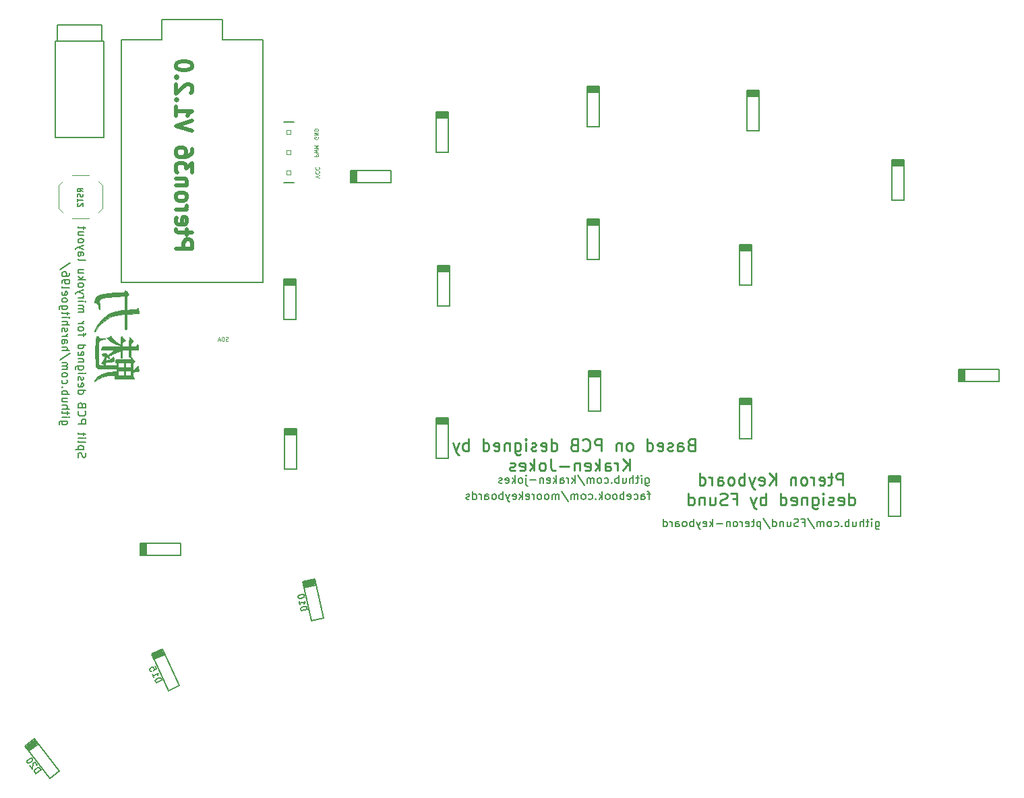
<source format=gbr>
%TF.GenerationSoftware,KiCad,Pcbnew,(5.1.7)-1*%
%TF.CreationDate,2021-07-07T20:11:58+05:30*%
%TF.ProjectId,Pteron36v0,50746572-6f6e-4333-9676-302e6b696361,rev?*%
%TF.SameCoordinates,Original*%
%TF.FileFunction,Legend,Bot*%
%TF.FilePolarity,Positive*%
%FSLAX46Y46*%
G04 Gerber Fmt 4.6, Leading zero omitted, Abs format (unit mm)*
G04 Created by KiCad (PCBNEW (5.1.7)-1) date 2021-07-07 20:11:58*
%MOMM*%
%LPD*%
G01*
G04 APERTURE LIST*
%ADD10C,0.500000*%
%ADD11C,0.150000*%
%ADD12C,0.125000*%
%ADD13C,0.250000*%
%ADD14C,0.010000*%
%ADD15C,0.120000*%
%ADD16C,0.203200*%
%ADD17C,0.066040*%
G04 APERTURE END LIST*
D10*
X97596438Y-70159685D02*
X99596438Y-70159685D01*
X99596438Y-69397780D01*
X99501200Y-69207304D01*
X99405961Y-69112066D01*
X99215485Y-69016828D01*
X98929771Y-69016828D01*
X98739295Y-69112066D01*
X98644057Y-69207304D01*
X98548819Y-69397780D01*
X98548819Y-70159685D01*
X98929771Y-68445400D02*
X98929771Y-67683495D01*
X99596438Y-68159685D02*
X97882152Y-68159685D01*
X97691676Y-68064447D01*
X97596438Y-67873971D01*
X97596438Y-67683495D01*
X97691676Y-66254923D02*
X97596438Y-66445400D01*
X97596438Y-66826352D01*
X97691676Y-67016828D01*
X97882152Y-67112066D01*
X98644057Y-67112066D01*
X98834533Y-67016828D01*
X98929771Y-66826352D01*
X98929771Y-66445400D01*
X98834533Y-66254923D01*
X98644057Y-66159685D01*
X98453580Y-66159685D01*
X98263104Y-67112066D01*
X97596438Y-65302542D02*
X98929771Y-65302542D01*
X98548819Y-65302542D02*
X98739295Y-65207304D01*
X98834533Y-65112066D01*
X98929771Y-64921590D01*
X98929771Y-64731114D01*
X97596438Y-63778733D02*
X97691676Y-63969209D01*
X97786914Y-64064447D01*
X97977390Y-64159685D01*
X98548819Y-64159685D01*
X98739295Y-64064447D01*
X98834533Y-63969209D01*
X98929771Y-63778733D01*
X98929771Y-63493019D01*
X98834533Y-63302542D01*
X98739295Y-63207304D01*
X98548819Y-63112066D01*
X97977390Y-63112066D01*
X97786914Y-63207304D01*
X97691676Y-63302542D01*
X97596438Y-63493019D01*
X97596438Y-63778733D01*
X98929771Y-62254923D02*
X97596438Y-62254923D01*
X98739295Y-62254923D02*
X98834533Y-62159685D01*
X98929771Y-61969209D01*
X98929771Y-61683495D01*
X98834533Y-61493019D01*
X98644057Y-61397780D01*
X97596438Y-61397780D01*
X99596438Y-60635876D02*
X99596438Y-59397780D01*
X98834533Y-60064447D01*
X98834533Y-59778733D01*
X98739295Y-59588257D01*
X98644057Y-59493019D01*
X98453580Y-59397780D01*
X97977390Y-59397780D01*
X97786914Y-59493019D01*
X97691676Y-59588257D01*
X97596438Y-59778733D01*
X97596438Y-60350161D01*
X97691676Y-60540638D01*
X97786914Y-60635876D01*
X99596438Y-57683495D02*
X99596438Y-58064447D01*
X99501200Y-58254923D01*
X99405961Y-58350161D01*
X99120247Y-58540638D01*
X98739295Y-58635876D01*
X97977390Y-58635876D01*
X97786914Y-58540638D01*
X97691676Y-58445400D01*
X97596438Y-58254923D01*
X97596438Y-57873971D01*
X97691676Y-57683495D01*
X97786914Y-57588257D01*
X97977390Y-57493019D01*
X98453580Y-57493019D01*
X98644057Y-57588257D01*
X98739295Y-57683495D01*
X98834533Y-57873971D01*
X98834533Y-58254923D01*
X98739295Y-58445400D01*
X98644057Y-58540638D01*
X98453580Y-58635876D01*
X99596438Y-55397780D02*
X97596438Y-54731114D01*
X99596438Y-54064447D01*
X97596438Y-52350161D02*
X97596438Y-53493019D01*
X97596438Y-52921590D02*
X99596438Y-52921590D01*
X99310723Y-53112066D01*
X99120247Y-53302542D01*
X99025009Y-53493019D01*
X97786914Y-51493019D02*
X97691676Y-51397780D01*
X97596438Y-51493019D01*
X97691676Y-51588257D01*
X97786914Y-51493019D01*
X97596438Y-51493019D01*
X99405961Y-50635876D02*
X99501200Y-50540638D01*
X99596438Y-50350161D01*
X99596438Y-49873971D01*
X99501200Y-49683495D01*
X99405961Y-49588257D01*
X99215485Y-49493019D01*
X99025009Y-49493019D01*
X98739295Y-49588257D01*
X97596438Y-50731114D01*
X97596438Y-49493019D01*
X97786914Y-48635876D02*
X97691676Y-48540638D01*
X97596438Y-48635876D01*
X97691676Y-48731114D01*
X97786914Y-48635876D01*
X97596438Y-48635876D01*
X99596438Y-47302542D02*
X99596438Y-47112066D01*
X99501200Y-46921590D01*
X99405961Y-46826352D01*
X99215485Y-46731114D01*
X98834533Y-46635876D01*
X98358342Y-46635876D01*
X97977390Y-46731114D01*
X97786914Y-46826352D01*
X97691676Y-46921590D01*
X97596438Y-47112066D01*
X97596438Y-47302542D01*
X97691676Y-47493019D01*
X97786914Y-47588257D01*
X97977390Y-47683495D01*
X98358342Y-47778733D01*
X98834533Y-47778733D01*
X99215485Y-47683495D01*
X99405961Y-47588257D01*
X99501200Y-47493019D01*
X99596438Y-47302542D01*
D11*
X83907285Y-91811857D02*
X83097761Y-91811857D01*
X83002523Y-91859476D01*
X82954904Y-91907095D01*
X82907285Y-92002333D01*
X82907285Y-92145190D01*
X82954904Y-92240428D01*
X83288238Y-91811857D02*
X83240619Y-91907095D01*
X83240619Y-92097571D01*
X83288238Y-92192809D01*
X83335857Y-92240428D01*
X83431095Y-92288047D01*
X83716809Y-92288047D01*
X83812047Y-92240428D01*
X83859666Y-92192809D01*
X83907285Y-92097571D01*
X83907285Y-91907095D01*
X83859666Y-91811857D01*
X83240619Y-91335666D02*
X83907285Y-91335666D01*
X84240619Y-91335666D02*
X84193000Y-91383285D01*
X84145380Y-91335666D01*
X84193000Y-91288047D01*
X84240619Y-91335666D01*
X84145380Y-91335666D01*
X83907285Y-91002333D02*
X83907285Y-90621380D01*
X84240619Y-90859476D02*
X83383476Y-90859476D01*
X83288238Y-90811857D01*
X83240619Y-90716619D01*
X83240619Y-90621380D01*
X83240619Y-90288047D02*
X84240619Y-90288047D01*
X83240619Y-89859476D02*
X83764428Y-89859476D01*
X83859666Y-89907095D01*
X83907285Y-90002333D01*
X83907285Y-90145190D01*
X83859666Y-90240428D01*
X83812047Y-90288047D01*
X83907285Y-88954714D02*
X83240619Y-88954714D01*
X83907285Y-89383285D02*
X83383476Y-89383285D01*
X83288238Y-89335666D01*
X83240619Y-89240428D01*
X83240619Y-89097571D01*
X83288238Y-89002333D01*
X83335857Y-88954714D01*
X83240619Y-88478523D02*
X84240619Y-88478523D01*
X83859666Y-88478523D02*
X83907285Y-88383285D01*
X83907285Y-88192809D01*
X83859666Y-88097571D01*
X83812047Y-88049952D01*
X83716809Y-88002333D01*
X83431095Y-88002333D01*
X83335857Y-88049952D01*
X83288238Y-88097571D01*
X83240619Y-88192809D01*
X83240619Y-88383285D01*
X83288238Y-88478523D01*
X83335857Y-87573761D02*
X83288238Y-87526142D01*
X83240619Y-87573761D01*
X83288238Y-87621380D01*
X83335857Y-87573761D01*
X83240619Y-87573761D01*
X83288238Y-86669000D02*
X83240619Y-86764238D01*
X83240619Y-86954714D01*
X83288238Y-87049952D01*
X83335857Y-87097571D01*
X83431095Y-87145190D01*
X83716809Y-87145190D01*
X83812047Y-87097571D01*
X83859666Y-87049952D01*
X83907285Y-86954714D01*
X83907285Y-86764238D01*
X83859666Y-86669000D01*
X83240619Y-86097571D02*
X83288238Y-86192809D01*
X83335857Y-86240428D01*
X83431095Y-86288047D01*
X83716809Y-86288047D01*
X83812047Y-86240428D01*
X83859666Y-86192809D01*
X83907285Y-86097571D01*
X83907285Y-85954714D01*
X83859666Y-85859476D01*
X83812047Y-85811857D01*
X83716809Y-85764238D01*
X83431095Y-85764238D01*
X83335857Y-85811857D01*
X83288238Y-85859476D01*
X83240619Y-85954714D01*
X83240619Y-86097571D01*
X83240619Y-85335666D02*
X83907285Y-85335666D01*
X83812047Y-85335666D02*
X83859666Y-85288047D01*
X83907285Y-85192809D01*
X83907285Y-85049952D01*
X83859666Y-84954714D01*
X83764428Y-84907095D01*
X83240619Y-84907095D01*
X83764428Y-84907095D02*
X83859666Y-84859476D01*
X83907285Y-84764238D01*
X83907285Y-84621380D01*
X83859666Y-84526142D01*
X83764428Y-84478523D01*
X83240619Y-84478523D01*
X84288238Y-83288047D02*
X83002523Y-84145190D01*
X83240619Y-82954714D02*
X84240619Y-82954714D01*
X83240619Y-82526142D02*
X83764428Y-82526142D01*
X83859666Y-82573761D01*
X83907285Y-82669000D01*
X83907285Y-82811857D01*
X83859666Y-82907095D01*
X83812047Y-82954714D01*
X83240619Y-81621380D02*
X83764428Y-81621380D01*
X83859666Y-81669000D01*
X83907285Y-81764238D01*
X83907285Y-81954714D01*
X83859666Y-82049952D01*
X83288238Y-81621380D02*
X83240619Y-81716619D01*
X83240619Y-81954714D01*
X83288238Y-82049952D01*
X83383476Y-82097571D01*
X83478714Y-82097571D01*
X83573952Y-82049952D01*
X83621571Y-81954714D01*
X83621571Y-81716619D01*
X83669190Y-81621380D01*
X83240619Y-81145190D02*
X83907285Y-81145190D01*
X83716809Y-81145190D02*
X83812047Y-81097571D01*
X83859666Y-81049952D01*
X83907285Y-80954714D01*
X83907285Y-80859476D01*
X83288238Y-80573761D02*
X83240619Y-80478523D01*
X83240619Y-80288047D01*
X83288238Y-80192809D01*
X83383476Y-80145190D01*
X83431095Y-80145190D01*
X83526333Y-80192809D01*
X83573952Y-80288047D01*
X83573952Y-80430904D01*
X83621571Y-80526142D01*
X83716809Y-80573761D01*
X83764428Y-80573761D01*
X83859666Y-80526142D01*
X83907285Y-80430904D01*
X83907285Y-80288047D01*
X83859666Y-80192809D01*
X83240619Y-79716619D02*
X84240619Y-79716619D01*
X83240619Y-79288047D02*
X83764428Y-79288047D01*
X83859666Y-79335666D01*
X83907285Y-79430904D01*
X83907285Y-79573761D01*
X83859666Y-79669000D01*
X83812047Y-79716619D01*
X83240619Y-78811857D02*
X83907285Y-78811857D01*
X84240619Y-78811857D02*
X84193000Y-78859476D01*
X84145380Y-78811857D01*
X84193000Y-78764238D01*
X84240619Y-78811857D01*
X84145380Y-78811857D01*
X83907285Y-78478523D02*
X83907285Y-78097571D01*
X84240619Y-78335666D02*
X83383476Y-78335666D01*
X83288238Y-78288047D01*
X83240619Y-78192809D01*
X83240619Y-78097571D01*
X83907285Y-77335666D02*
X83097761Y-77335666D01*
X83002523Y-77383285D01*
X82954904Y-77430904D01*
X82907285Y-77526142D01*
X82907285Y-77669000D01*
X82954904Y-77764238D01*
X83288238Y-77335666D02*
X83240619Y-77430904D01*
X83240619Y-77621380D01*
X83288238Y-77716619D01*
X83335857Y-77764238D01*
X83431095Y-77811857D01*
X83716809Y-77811857D01*
X83812047Y-77764238D01*
X83859666Y-77716619D01*
X83907285Y-77621380D01*
X83907285Y-77430904D01*
X83859666Y-77335666D01*
X83240619Y-76716619D02*
X83288238Y-76811857D01*
X83335857Y-76859476D01*
X83431095Y-76907095D01*
X83716809Y-76907095D01*
X83812047Y-76859476D01*
X83859666Y-76811857D01*
X83907285Y-76716619D01*
X83907285Y-76573761D01*
X83859666Y-76478523D01*
X83812047Y-76430904D01*
X83716809Y-76383285D01*
X83431095Y-76383285D01*
X83335857Y-76430904D01*
X83288238Y-76478523D01*
X83240619Y-76573761D01*
X83240619Y-76716619D01*
X83288238Y-75573761D02*
X83240619Y-75669000D01*
X83240619Y-75859476D01*
X83288238Y-75954714D01*
X83383476Y-76002333D01*
X83764428Y-76002333D01*
X83859666Y-75954714D01*
X83907285Y-75859476D01*
X83907285Y-75669000D01*
X83859666Y-75573761D01*
X83764428Y-75526142D01*
X83669190Y-75526142D01*
X83573952Y-76002333D01*
X83240619Y-74954714D02*
X83288238Y-75049952D01*
X83383476Y-75097571D01*
X84240619Y-75097571D01*
X83240619Y-74526142D02*
X83240619Y-74335666D01*
X83288238Y-74240428D01*
X83335857Y-74192809D01*
X83478714Y-74097571D01*
X83669190Y-74049952D01*
X84050142Y-74049952D01*
X84145380Y-74097571D01*
X84193000Y-74145190D01*
X84240619Y-74240428D01*
X84240619Y-74430904D01*
X84193000Y-74526142D01*
X84145380Y-74573761D01*
X84050142Y-74621380D01*
X83812047Y-74621380D01*
X83716809Y-74573761D01*
X83669190Y-74526142D01*
X83621571Y-74430904D01*
X83621571Y-74240428D01*
X83669190Y-74145190D01*
X83716809Y-74097571D01*
X83812047Y-74049952D01*
X84240619Y-73192809D02*
X84240619Y-73383285D01*
X84193000Y-73478523D01*
X84145380Y-73526142D01*
X84002523Y-73621380D01*
X83812047Y-73669000D01*
X83431095Y-73669000D01*
X83335857Y-73621380D01*
X83288238Y-73573761D01*
X83240619Y-73478523D01*
X83240619Y-73288047D01*
X83288238Y-73192809D01*
X83335857Y-73145190D01*
X83431095Y-73097571D01*
X83669190Y-73097571D01*
X83764428Y-73145190D01*
X83812047Y-73192809D01*
X83859666Y-73288047D01*
X83859666Y-73478523D01*
X83812047Y-73573761D01*
X83764428Y-73621380D01*
X83669190Y-73669000D01*
X84288238Y-71954714D02*
X83002523Y-72811857D01*
D12*
X115589809Y-61245666D02*
X115089809Y-61079000D01*
X115589809Y-60912333D01*
X115137428Y-60459952D02*
X115113619Y-60483761D01*
X115089809Y-60555190D01*
X115089809Y-60602809D01*
X115113619Y-60674238D01*
X115161238Y-60721857D01*
X115208857Y-60745666D01*
X115304095Y-60769476D01*
X115375523Y-60769476D01*
X115470761Y-60745666D01*
X115518380Y-60721857D01*
X115566000Y-60674238D01*
X115589809Y-60602809D01*
X115589809Y-60555190D01*
X115566000Y-60483761D01*
X115542190Y-60459952D01*
X115137428Y-59959952D02*
X115113619Y-59983761D01*
X115089809Y-60055190D01*
X115089809Y-60102809D01*
X115113619Y-60174238D01*
X115161238Y-60221857D01*
X115208857Y-60245666D01*
X115304095Y-60269476D01*
X115375523Y-60269476D01*
X115470761Y-60245666D01*
X115518380Y-60221857D01*
X115566000Y-60174238D01*
X115589809Y-60102809D01*
X115589809Y-60055190D01*
X115566000Y-59983761D01*
X115542190Y-59959952D01*
X114962809Y-58614380D02*
X115462809Y-58614380D01*
X115462809Y-58423904D01*
X115439000Y-58376285D01*
X115415190Y-58352476D01*
X115367571Y-58328666D01*
X115296142Y-58328666D01*
X115248523Y-58352476D01*
X115224714Y-58376285D01*
X115200904Y-58423904D01*
X115200904Y-58614380D01*
X115462809Y-58162000D02*
X114962809Y-58042952D01*
X115319952Y-57947714D01*
X114962809Y-57852476D01*
X115462809Y-57733428D01*
X114962809Y-57542952D02*
X115462809Y-57542952D01*
X115105666Y-57376285D01*
X115462809Y-57209619D01*
X114962809Y-57209619D01*
X115439000Y-56133952D02*
X115462809Y-56181571D01*
X115462809Y-56253000D01*
X115439000Y-56324428D01*
X115391380Y-56372047D01*
X115343761Y-56395857D01*
X115248523Y-56419666D01*
X115177095Y-56419666D01*
X115081857Y-56395857D01*
X115034238Y-56372047D01*
X114986619Y-56324428D01*
X114962809Y-56253000D01*
X114962809Y-56205380D01*
X114986619Y-56133952D01*
X115010428Y-56110142D01*
X115177095Y-56110142D01*
X115177095Y-56205380D01*
X114962809Y-55895857D02*
X115462809Y-55895857D01*
X114962809Y-55610142D01*
X115462809Y-55610142D01*
X114962809Y-55372047D02*
X115462809Y-55372047D01*
X115462809Y-55253000D01*
X115439000Y-55181571D01*
X115391380Y-55133952D01*
X115343761Y-55110142D01*
X115248523Y-55086333D01*
X115177095Y-55086333D01*
X115081857Y-55110142D01*
X115034238Y-55133952D01*
X114986619Y-55181571D01*
X114962809Y-55253000D01*
X114962809Y-55372047D01*
X104112142Y-81736380D02*
X104040714Y-81760190D01*
X103921666Y-81760190D01*
X103874047Y-81736380D01*
X103850238Y-81712571D01*
X103826428Y-81664952D01*
X103826428Y-81617333D01*
X103850238Y-81569714D01*
X103874047Y-81545904D01*
X103921666Y-81522095D01*
X104016904Y-81498285D01*
X104064523Y-81474476D01*
X104088333Y-81450666D01*
X104112142Y-81403047D01*
X104112142Y-81355428D01*
X104088333Y-81307809D01*
X104064523Y-81284000D01*
X104016904Y-81260190D01*
X103897857Y-81260190D01*
X103826428Y-81284000D01*
X103612142Y-81760190D02*
X103612142Y-81260190D01*
X103493095Y-81260190D01*
X103421666Y-81284000D01*
X103374047Y-81331619D01*
X103350238Y-81379238D01*
X103326428Y-81474476D01*
X103326428Y-81545904D01*
X103350238Y-81641142D01*
X103374047Y-81688761D01*
X103421666Y-81736380D01*
X103493095Y-81760190D01*
X103612142Y-81760190D01*
X103135952Y-81617333D02*
X102897857Y-81617333D01*
X103183571Y-81760190D02*
X103016904Y-81260190D01*
X102850238Y-81760190D01*
D13*
X162244571Y-94781857D02*
X162030285Y-94853285D01*
X161958857Y-94924714D01*
X161887428Y-95067571D01*
X161887428Y-95281857D01*
X161958857Y-95424714D01*
X162030285Y-95496142D01*
X162173142Y-95567571D01*
X162744571Y-95567571D01*
X162744571Y-94067571D01*
X162244571Y-94067571D01*
X162101714Y-94139000D01*
X162030285Y-94210428D01*
X161958857Y-94353285D01*
X161958857Y-94496142D01*
X162030285Y-94639000D01*
X162101714Y-94710428D01*
X162244571Y-94781857D01*
X162744571Y-94781857D01*
X160601714Y-95567571D02*
X160601714Y-94781857D01*
X160673142Y-94639000D01*
X160816000Y-94567571D01*
X161101714Y-94567571D01*
X161244571Y-94639000D01*
X160601714Y-95496142D02*
X160744571Y-95567571D01*
X161101714Y-95567571D01*
X161244571Y-95496142D01*
X161316000Y-95353285D01*
X161316000Y-95210428D01*
X161244571Y-95067571D01*
X161101714Y-94996142D01*
X160744571Y-94996142D01*
X160601714Y-94924714D01*
X159958857Y-95496142D02*
X159816000Y-95567571D01*
X159530285Y-95567571D01*
X159387428Y-95496142D01*
X159316000Y-95353285D01*
X159316000Y-95281857D01*
X159387428Y-95139000D01*
X159530285Y-95067571D01*
X159744571Y-95067571D01*
X159887428Y-94996142D01*
X159958857Y-94853285D01*
X159958857Y-94781857D01*
X159887428Y-94639000D01*
X159744571Y-94567571D01*
X159530285Y-94567571D01*
X159387428Y-94639000D01*
X158101714Y-95496142D02*
X158244571Y-95567571D01*
X158530285Y-95567571D01*
X158673142Y-95496142D01*
X158744571Y-95353285D01*
X158744571Y-94781857D01*
X158673142Y-94639000D01*
X158530285Y-94567571D01*
X158244571Y-94567571D01*
X158101714Y-94639000D01*
X158030285Y-94781857D01*
X158030285Y-94924714D01*
X158744571Y-95067571D01*
X156744571Y-95567571D02*
X156744571Y-94067571D01*
X156744571Y-95496142D02*
X156887428Y-95567571D01*
X157173142Y-95567571D01*
X157316000Y-95496142D01*
X157387428Y-95424714D01*
X157458857Y-95281857D01*
X157458857Y-94853285D01*
X157387428Y-94710428D01*
X157316000Y-94639000D01*
X157173142Y-94567571D01*
X156887428Y-94567571D01*
X156744571Y-94639000D01*
X154673142Y-95567571D02*
X154816000Y-95496142D01*
X154887428Y-95424714D01*
X154958857Y-95281857D01*
X154958857Y-94853285D01*
X154887428Y-94710428D01*
X154816000Y-94639000D01*
X154673142Y-94567571D01*
X154458857Y-94567571D01*
X154316000Y-94639000D01*
X154244571Y-94710428D01*
X154173142Y-94853285D01*
X154173142Y-95281857D01*
X154244571Y-95424714D01*
X154316000Y-95496142D01*
X154458857Y-95567571D01*
X154673142Y-95567571D01*
X153530285Y-94567571D02*
X153530285Y-95567571D01*
X153530285Y-94710428D02*
X153458857Y-94639000D01*
X153316000Y-94567571D01*
X153101714Y-94567571D01*
X152958857Y-94639000D01*
X152887428Y-94781857D01*
X152887428Y-95567571D01*
X151030285Y-95567571D02*
X151030285Y-94067571D01*
X150458857Y-94067571D01*
X150316000Y-94139000D01*
X150244571Y-94210428D01*
X150173142Y-94353285D01*
X150173142Y-94567571D01*
X150244571Y-94710428D01*
X150316000Y-94781857D01*
X150458857Y-94853285D01*
X151030285Y-94853285D01*
X148673142Y-95424714D02*
X148744571Y-95496142D01*
X148958857Y-95567571D01*
X149101714Y-95567571D01*
X149316000Y-95496142D01*
X149458857Y-95353285D01*
X149530285Y-95210428D01*
X149601714Y-94924714D01*
X149601714Y-94710428D01*
X149530285Y-94424714D01*
X149458857Y-94281857D01*
X149316000Y-94139000D01*
X149101714Y-94067571D01*
X148958857Y-94067571D01*
X148744571Y-94139000D01*
X148673142Y-94210428D01*
X147530285Y-94781857D02*
X147316000Y-94853285D01*
X147244571Y-94924714D01*
X147173142Y-95067571D01*
X147173142Y-95281857D01*
X147244571Y-95424714D01*
X147316000Y-95496142D01*
X147458857Y-95567571D01*
X148030285Y-95567571D01*
X148030285Y-94067571D01*
X147530285Y-94067571D01*
X147387428Y-94139000D01*
X147316000Y-94210428D01*
X147244571Y-94353285D01*
X147244571Y-94496142D01*
X147316000Y-94639000D01*
X147387428Y-94710428D01*
X147530285Y-94781857D01*
X148030285Y-94781857D01*
X144744571Y-95567571D02*
X144744571Y-94067571D01*
X144744571Y-95496142D02*
X144887428Y-95567571D01*
X145173142Y-95567571D01*
X145316000Y-95496142D01*
X145387428Y-95424714D01*
X145458857Y-95281857D01*
X145458857Y-94853285D01*
X145387428Y-94710428D01*
X145316000Y-94639000D01*
X145173142Y-94567571D01*
X144887428Y-94567571D01*
X144744571Y-94639000D01*
X143458857Y-95496142D02*
X143601714Y-95567571D01*
X143887428Y-95567571D01*
X144030285Y-95496142D01*
X144101714Y-95353285D01*
X144101714Y-94781857D01*
X144030285Y-94639000D01*
X143887428Y-94567571D01*
X143601714Y-94567571D01*
X143458857Y-94639000D01*
X143387428Y-94781857D01*
X143387428Y-94924714D01*
X144101714Y-95067571D01*
X142816000Y-95496142D02*
X142673142Y-95567571D01*
X142387428Y-95567571D01*
X142244571Y-95496142D01*
X142173142Y-95353285D01*
X142173142Y-95281857D01*
X142244571Y-95139000D01*
X142387428Y-95067571D01*
X142601714Y-95067571D01*
X142744571Y-94996142D01*
X142816000Y-94853285D01*
X142816000Y-94781857D01*
X142744571Y-94639000D01*
X142601714Y-94567571D01*
X142387428Y-94567571D01*
X142244571Y-94639000D01*
X141530285Y-95567571D02*
X141530285Y-94567571D01*
X141530285Y-94067571D02*
X141601714Y-94139000D01*
X141530285Y-94210428D01*
X141458857Y-94139000D01*
X141530285Y-94067571D01*
X141530285Y-94210428D01*
X140173142Y-94567571D02*
X140173142Y-95781857D01*
X140244571Y-95924714D01*
X140316000Y-95996142D01*
X140458857Y-96067571D01*
X140673142Y-96067571D01*
X140816000Y-95996142D01*
X140173142Y-95496142D02*
X140316000Y-95567571D01*
X140601714Y-95567571D01*
X140744571Y-95496142D01*
X140816000Y-95424714D01*
X140887428Y-95281857D01*
X140887428Y-94853285D01*
X140816000Y-94710428D01*
X140744571Y-94639000D01*
X140601714Y-94567571D01*
X140316000Y-94567571D01*
X140173142Y-94639000D01*
X139458857Y-94567571D02*
X139458857Y-95567571D01*
X139458857Y-94710428D02*
X139387428Y-94639000D01*
X139244571Y-94567571D01*
X139030285Y-94567571D01*
X138887428Y-94639000D01*
X138816000Y-94781857D01*
X138816000Y-95567571D01*
X137530285Y-95496142D02*
X137673142Y-95567571D01*
X137958857Y-95567571D01*
X138101714Y-95496142D01*
X138173142Y-95353285D01*
X138173142Y-94781857D01*
X138101714Y-94639000D01*
X137958857Y-94567571D01*
X137673142Y-94567571D01*
X137530285Y-94639000D01*
X137458857Y-94781857D01*
X137458857Y-94924714D01*
X138173142Y-95067571D01*
X136173142Y-95567571D02*
X136173142Y-94067571D01*
X136173142Y-95496142D02*
X136316000Y-95567571D01*
X136601714Y-95567571D01*
X136744571Y-95496142D01*
X136816000Y-95424714D01*
X136887428Y-95281857D01*
X136887428Y-94853285D01*
X136816000Y-94710428D01*
X136744571Y-94639000D01*
X136601714Y-94567571D01*
X136316000Y-94567571D01*
X136173142Y-94639000D01*
X134316000Y-95567571D02*
X134316000Y-94067571D01*
X134316000Y-94639000D02*
X134173142Y-94567571D01*
X133887428Y-94567571D01*
X133744571Y-94639000D01*
X133673142Y-94710428D01*
X133601714Y-94853285D01*
X133601714Y-95281857D01*
X133673142Y-95424714D01*
X133744571Y-95496142D01*
X133887428Y-95567571D01*
X134173142Y-95567571D01*
X134316000Y-95496142D01*
X133101714Y-94567571D02*
X132744571Y-95567571D01*
X132387428Y-94567571D02*
X132744571Y-95567571D01*
X132887428Y-95924714D01*
X132958857Y-95996142D01*
X133101714Y-96067571D01*
X154566000Y-98067571D02*
X154566000Y-96567571D01*
X153708857Y-98067571D02*
X154351714Y-97210428D01*
X153708857Y-96567571D02*
X154566000Y-97424714D01*
X153066000Y-98067571D02*
X153066000Y-97067571D01*
X153066000Y-97353285D02*
X152994571Y-97210428D01*
X152923142Y-97139000D01*
X152780285Y-97067571D01*
X152637428Y-97067571D01*
X151494571Y-98067571D02*
X151494571Y-97281857D01*
X151566000Y-97139000D01*
X151708857Y-97067571D01*
X151994571Y-97067571D01*
X152137428Y-97139000D01*
X151494571Y-97996142D02*
X151637428Y-98067571D01*
X151994571Y-98067571D01*
X152137428Y-97996142D01*
X152208857Y-97853285D01*
X152208857Y-97710428D01*
X152137428Y-97567571D01*
X151994571Y-97496142D01*
X151637428Y-97496142D01*
X151494571Y-97424714D01*
X150780285Y-98067571D02*
X150780285Y-96567571D01*
X150637428Y-97496142D02*
X150208857Y-98067571D01*
X150208857Y-97067571D02*
X150780285Y-97639000D01*
X148994571Y-97996142D02*
X149137428Y-98067571D01*
X149423142Y-98067571D01*
X149566000Y-97996142D01*
X149637428Y-97853285D01*
X149637428Y-97281857D01*
X149566000Y-97139000D01*
X149423142Y-97067571D01*
X149137428Y-97067571D01*
X148994571Y-97139000D01*
X148923142Y-97281857D01*
X148923142Y-97424714D01*
X149637428Y-97567571D01*
X148280285Y-97067571D02*
X148280285Y-98067571D01*
X148280285Y-97210428D02*
X148208857Y-97139000D01*
X148066000Y-97067571D01*
X147851714Y-97067571D01*
X147708857Y-97139000D01*
X147637428Y-97281857D01*
X147637428Y-98067571D01*
X146923142Y-97496142D02*
X145780285Y-97496142D01*
X144637428Y-96567571D02*
X144637428Y-97639000D01*
X144708857Y-97853285D01*
X144851714Y-97996142D01*
X145066000Y-98067571D01*
X145208857Y-98067571D01*
X143708857Y-98067571D02*
X143851714Y-97996142D01*
X143923142Y-97924714D01*
X143994571Y-97781857D01*
X143994571Y-97353285D01*
X143923142Y-97210428D01*
X143851714Y-97139000D01*
X143708857Y-97067571D01*
X143494571Y-97067571D01*
X143351714Y-97139000D01*
X143280285Y-97210428D01*
X143208857Y-97353285D01*
X143208857Y-97781857D01*
X143280285Y-97924714D01*
X143351714Y-97996142D01*
X143494571Y-98067571D01*
X143708857Y-98067571D01*
X142566000Y-98067571D02*
X142566000Y-96567571D01*
X142423142Y-97496142D02*
X141994571Y-98067571D01*
X141994571Y-97067571D02*
X142566000Y-97639000D01*
X140780285Y-97996142D02*
X140923142Y-98067571D01*
X141208857Y-98067571D01*
X141351714Y-97996142D01*
X141423142Y-97853285D01*
X141423142Y-97281857D01*
X141351714Y-97139000D01*
X141208857Y-97067571D01*
X140923142Y-97067571D01*
X140780285Y-97139000D01*
X140708857Y-97281857D01*
X140708857Y-97424714D01*
X141423142Y-97567571D01*
X140137428Y-97996142D02*
X139994571Y-98067571D01*
X139708857Y-98067571D01*
X139566000Y-97996142D01*
X139494571Y-97853285D01*
X139494571Y-97781857D01*
X139566000Y-97639000D01*
X139708857Y-97567571D01*
X139923142Y-97567571D01*
X140066000Y-97496142D01*
X140137428Y-97353285D01*
X140137428Y-97281857D01*
X140066000Y-97139000D01*
X139923142Y-97067571D01*
X139708857Y-97067571D01*
X139566000Y-97139000D01*
D11*
X85320238Y-96391190D02*
X85272619Y-96248333D01*
X85272619Y-96010238D01*
X85320238Y-95915000D01*
X85367857Y-95867380D01*
X85463095Y-95819761D01*
X85558333Y-95819761D01*
X85653571Y-95867380D01*
X85701190Y-95915000D01*
X85748809Y-96010238D01*
X85796428Y-96200714D01*
X85844047Y-96295952D01*
X85891666Y-96343571D01*
X85986904Y-96391190D01*
X86082142Y-96391190D01*
X86177380Y-96343571D01*
X86225000Y-96295952D01*
X86272619Y-96200714D01*
X86272619Y-95962619D01*
X86225000Y-95819761D01*
X85939285Y-95391190D02*
X84939285Y-95391190D01*
X85891666Y-95391190D02*
X85939285Y-95295952D01*
X85939285Y-95105476D01*
X85891666Y-95010238D01*
X85844047Y-94962619D01*
X85748809Y-94915000D01*
X85463095Y-94915000D01*
X85367857Y-94962619D01*
X85320238Y-95010238D01*
X85272619Y-95105476D01*
X85272619Y-95295952D01*
X85320238Y-95391190D01*
X85272619Y-94343571D02*
X85320238Y-94438809D01*
X85415476Y-94486428D01*
X86272619Y-94486428D01*
X85272619Y-93962619D02*
X85939285Y-93962619D01*
X86272619Y-93962619D02*
X86225000Y-94010238D01*
X86177380Y-93962619D01*
X86225000Y-93915000D01*
X86272619Y-93962619D01*
X86177380Y-93962619D01*
X85939285Y-93629285D02*
X85939285Y-93248333D01*
X86272619Y-93486428D02*
X85415476Y-93486428D01*
X85320238Y-93438809D01*
X85272619Y-93343571D01*
X85272619Y-93248333D01*
X85272619Y-92153095D02*
X86272619Y-92153095D01*
X86272619Y-91772142D01*
X86225000Y-91676904D01*
X86177380Y-91629285D01*
X86082142Y-91581666D01*
X85939285Y-91581666D01*
X85844047Y-91629285D01*
X85796428Y-91676904D01*
X85748809Y-91772142D01*
X85748809Y-92153095D01*
X85367857Y-90581666D02*
X85320238Y-90629285D01*
X85272619Y-90772142D01*
X85272619Y-90867380D01*
X85320238Y-91010238D01*
X85415476Y-91105476D01*
X85510714Y-91153095D01*
X85701190Y-91200714D01*
X85844047Y-91200714D01*
X86034523Y-91153095D01*
X86129761Y-91105476D01*
X86225000Y-91010238D01*
X86272619Y-90867380D01*
X86272619Y-90772142D01*
X86225000Y-90629285D01*
X86177380Y-90581666D01*
X85796428Y-89819761D02*
X85748809Y-89676904D01*
X85701190Y-89629285D01*
X85605952Y-89581666D01*
X85463095Y-89581666D01*
X85367857Y-89629285D01*
X85320238Y-89676904D01*
X85272619Y-89772142D01*
X85272619Y-90153095D01*
X86272619Y-90153095D01*
X86272619Y-89819761D01*
X86225000Y-89724523D01*
X86177380Y-89676904D01*
X86082142Y-89629285D01*
X85986904Y-89629285D01*
X85891666Y-89676904D01*
X85844047Y-89724523D01*
X85796428Y-89819761D01*
X85796428Y-90153095D01*
X85272619Y-87962619D02*
X86272619Y-87962619D01*
X85320238Y-87962619D02*
X85272619Y-88057857D01*
X85272619Y-88248333D01*
X85320238Y-88343571D01*
X85367857Y-88391190D01*
X85463095Y-88438809D01*
X85748809Y-88438809D01*
X85844047Y-88391190D01*
X85891666Y-88343571D01*
X85939285Y-88248333D01*
X85939285Y-88057857D01*
X85891666Y-87962619D01*
X85320238Y-87105476D02*
X85272619Y-87200714D01*
X85272619Y-87391190D01*
X85320238Y-87486428D01*
X85415476Y-87534047D01*
X85796428Y-87534047D01*
X85891666Y-87486428D01*
X85939285Y-87391190D01*
X85939285Y-87200714D01*
X85891666Y-87105476D01*
X85796428Y-87057857D01*
X85701190Y-87057857D01*
X85605952Y-87534047D01*
X85320238Y-86676904D02*
X85272619Y-86581666D01*
X85272619Y-86391190D01*
X85320238Y-86295952D01*
X85415476Y-86248333D01*
X85463095Y-86248333D01*
X85558333Y-86295952D01*
X85605952Y-86391190D01*
X85605952Y-86534047D01*
X85653571Y-86629285D01*
X85748809Y-86676904D01*
X85796428Y-86676904D01*
X85891666Y-86629285D01*
X85939285Y-86534047D01*
X85939285Y-86391190D01*
X85891666Y-86295952D01*
X85272619Y-85819761D02*
X85939285Y-85819761D01*
X86272619Y-85819761D02*
X86225000Y-85867380D01*
X86177380Y-85819761D01*
X86225000Y-85772142D01*
X86272619Y-85819761D01*
X86177380Y-85819761D01*
X85939285Y-84915000D02*
X85129761Y-84915000D01*
X85034523Y-84962619D01*
X84986904Y-85010238D01*
X84939285Y-85105476D01*
X84939285Y-85248333D01*
X84986904Y-85343571D01*
X85320238Y-84915000D02*
X85272619Y-85010238D01*
X85272619Y-85200714D01*
X85320238Y-85295952D01*
X85367857Y-85343571D01*
X85463095Y-85391190D01*
X85748809Y-85391190D01*
X85844047Y-85343571D01*
X85891666Y-85295952D01*
X85939285Y-85200714D01*
X85939285Y-85010238D01*
X85891666Y-84915000D01*
X85939285Y-84438809D02*
X85272619Y-84438809D01*
X85844047Y-84438809D02*
X85891666Y-84391190D01*
X85939285Y-84295952D01*
X85939285Y-84153095D01*
X85891666Y-84057857D01*
X85796428Y-84010238D01*
X85272619Y-84010238D01*
X85320238Y-83153095D02*
X85272619Y-83248333D01*
X85272619Y-83438809D01*
X85320238Y-83534047D01*
X85415476Y-83581666D01*
X85796428Y-83581666D01*
X85891666Y-83534047D01*
X85939285Y-83438809D01*
X85939285Y-83248333D01*
X85891666Y-83153095D01*
X85796428Y-83105476D01*
X85701190Y-83105476D01*
X85605952Y-83581666D01*
X85272619Y-82248333D02*
X86272619Y-82248333D01*
X85320238Y-82248333D02*
X85272619Y-82343571D01*
X85272619Y-82534047D01*
X85320238Y-82629285D01*
X85367857Y-82676904D01*
X85463095Y-82724523D01*
X85748809Y-82724523D01*
X85844047Y-82676904D01*
X85891666Y-82629285D01*
X85939285Y-82534047D01*
X85939285Y-82343571D01*
X85891666Y-82248333D01*
X85939285Y-81153095D02*
X85939285Y-80772142D01*
X85272619Y-81010238D02*
X86129761Y-81010238D01*
X86225000Y-80962619D01*
X86272619Y-80867380D01*
X86272619Y-80772142D01*
X85272619Y-80295952D02*
X85320238Y-80391190D01*
X85367857Y-80438809D01*
X85463095Y-80486428D01*
X85748809Y-80486428D01*
X85844047Y-80438809D01*
X85891666Y-80391190D01*
X85939285Y-80295952D01*
X85939285Y-80153095D01*
X85891666Y-80057857D01*
X85844047Y-80010238D01*
X85748809Y-79962619D01*
X85463095Y-79962619D01*
X85367857Y-80010238D01*
X85320238Y-80057857D01*
X85272619Y-80153095D01*
X85272619Y-80295952D01*
X85272619Y-79534047D02*
X85939285Y-79534047D01*
X85748809Y-79534047D02*
X85844047Y-79486428D01*
X85891666Y-79438809D01*
X85939285Y-79343571D01*
X85939285Y-79248333D01*
X85272619Y-78153095D02*
X85939285Y-78153095D01*
X85844047Y-78153095D02*
X85891666Y-78105476D01*
X85939285Y-78010238D01*
X85939285Y-77867380D01*
X85891666Y-77772142D01*
X85796428Y-77724523D01*
X85272619Y-77724523D01*
X85796428Y-77724523D02*
X85891666Y-77676904D01*
X85939285Y-77581666D01*
X85939285Y-77438809D01*
X85891666Y-77343571D01*
X85796428Y-77295952D01*
X85272619Y-77295952D01*
X85272619Y-76819761D02*
X85939285Y-76819761D01*
X86272619Y-76819761D02*
X86225000Y-76867380D01*
X86177380Y-76819761D01*
X86225000Y-76772142D01*
X86272619Y-76819761D01*
X86177380Y-76819761D01*
X85272619Y-76343571D02*
X85939285Y-76343571D01*
X85748809Y-76343571D02*
X85844047Y-76295952D01*
X85891666Y-76248333D01*
X85939285Y-76153095D01*
X85939285Y-76057857D01*
X85939285Y-75819761D02*
X85272619Y-75581666D01*
X85939285Y-75343571D02*
X85272619Y-75581666D01*
X85034523Y-75676904D01*
X84986904Y-75724523D01*
X84939285Y-75819761D01*
X85272619Y-74819761D02*
X85320238Y-74915000D01*
X85367857Y-74962619D01*
X85463095Y-75010238D01*
X85748809Y-75010238D01*
X85844047Y-74962619D01*
X85891666Y-74915000D01*
X85939285Y-74819761D01*
X85939285Y-74676904D01*
X85891666Y-74581666D01*
X85844047Y-74534047D01*
X85748809Y-74486428D01*
X85463095Y-74486428D01*
X85367857Y-74534047D01*
X85320238Y-74581666D01*
X85272619Y-74676904D01*
X85272619Y-74819761D01*
X85272619Y-74057857D02*
X86272619Y-74057857D01*
X85653571Y-73962619D02*
X85272619Y-73676904D01*
X85939285Y-73676904D02*
X85558333Y-74057857D01*
X85939285Y-72819761D02*
X85272619Y-72819761D01*
X85939285Y-73248333D02*
X85415476Y-73248333D01*
X85320238Y-73200714D01*
X85272619Y-73105476D01*
X85272619Y-72962619D01*
X85320238Y-72867380D01*
X85367857Y-72819761D01*
X85272619Y-71438809D02*
X85320238Y-71534047D01*
X85415476Y-71581666D01*
X86272619Y-71581666D01*
X85272619Y-70629285D02*
X85796428Y-70629285D01*
X85891666Y-70676904D01*
X85939285Y-70772142D01*
X85939285Y-70962619D01*
X85891666Y-71057857D01*
X85320238Y-70629285D02*
X85272619Y-70724523D01*
X85272619Y-70962619D01*
X85320238Y-71057857D01*
X85415476Y-71105476D01*
X85510714Y-71105476D01*
X85605952Y-71057857D01*
X85653571Y-70962619D01*
X85653571Y-70724523D01*
X85701190Y-70629285D01*
X85939285Y-70248333D02*
X85272619Y-70010238D01*
X85939285Y-69772142D02*
X85272619Y-70010238D01*
X85034523Y-70105476D01*
X84986904Y-70153095D01*
X84939285Y-70248333D01*
X85272619Y-69248333D02*
X85320238Y-69343571D01*
X85367857Y-69391190D01*
X85463095Y-69438809D01*
X85748809Y-69438809D01*
X85844047Y-69391190D01*
X85891666Y-69343571D01*
X85939285Y-69248333D01*
X85939285Y-69105476D01*
X85891666Y-69010238D01*
X85844047Y-68962619D01*
X85748809Y-68915000D01*
X85463095Y-68915000D01*
X85367857Y-68962619D01*
X85320238Y-69010238D01*
X85272619Y-69105476D01*
X85272619Y-69248333D01*
X85939285Y-68057857D02*
X85272619Y-68057857D01*
X85939285Y-68486428D02*
X85415476Y-68486428D01*
X85320238Y-68438809D01*
X85272619Y-68343571D01*
X85272619Y-68200714D01*
X85320238Y-68105476D01*
X85367857Y-68057857D01*
X85939285Y-67724523D02*
X85939285Y-67343571D01*
X86272619Y-67581666D02*
X85415476Y-67581666D01*
X85320238Y-67534047D01*
X85272619Y-67438809D01*
X85272619Y-67343571D01*
D13*
X181339000Y-99885571D02*
X181339000Y-98385571D01*
X180767571Y-98385571D01*
X180624714Y-98457000D01*
X180553285Y-98528428D01*
X180481857Y-98671285D01*
X180481857Y-98885571D01*
X180553285Y-99028428D01*
X180624714Y-99099857D01*
X180767571Y-99171285D01*
X181339000Y-99171285D01*
X180053285Y-98885571D02*
X179481857Y-98885571D01*
X179839000Y-98385571D02*
X179839000Y-99671285D01*
X179767571Y-99814142D01*
X179624714Y-99885571D01*
X179481857Y-99885571D01*
X178410428Y-99814142D02*
X178553285Y-99885571D01*
X178839000Y-99885571D01*
X178981857Y-99814142D01*
X179053285Y-99671285D01*
X179053285Y-99099857D01*
X178981857Y-98957000D01*
X178839000Y-98885571D01*
X178553285Y-98885571D01*
X178410428Y-98957000D01*
X178339000Y-99099857D01*
X178339000Y-99242714D01*
X179053285Y-99385571D01*
X177696142Y-99885571D02*
X177696142Y-98885571D01*
X177696142Y-99171285D02*
X177624714Y-99028428D01*
X177553285Y-98957000D01*
X177410428Y-98885571D01*
X177267571Y-98885571D01*
X176553285Y-99885571D02*
X176696142Y-99814142D01*
X176767571Y-99742714D01*
X176839000Y-99599857D01*
X176839000Y-99171285D01*
X176767571Y-99028428D01*
X176696142Y-98957000D01*
X176553285Y-98885571D01*
X176339000Y-98885571D01*
X176196142Y-98957000D01*
X176124714Y-99028428D01*
X176053285Y-99171285D01*
X176053285Y-99599857D01*
X176124714Y-99742714D01*
X176196142Y-99814142D01*
X176339000Y-99885571D01*
X176553285Y-99885571D01*
X175410428Y-98885571D02*
X175410428Y-99885571D01*
X175410428Y-99028428D02*
X175339000Y-98957000D01*
X175196142Y-98885571D01*
X174981857Y-98885571D01*
X174839000Y-98957000D01*
X174767571Y-99099857D01*
X174767571Y-99885571D01*
X172910428Y-99885571D02*
X172910428Y-98385571D01*
X172053285Y-99885571D02*
X172696142Y-99028428D01*
X172053285Y-98385571D02*
X172910428Y-99242714D01*
X170839000Y-99814142D02*
X170981857Y-99885571D01*
X171267571Y-99885571D01*
X171410428Y-99814142D01*
X171481857Y-99671285D01*
X171481857Y-99099857D01*
X171410428Y-98957000D01*
X171267571Y-98885571D01*
X170981857Y-98885571D01*
X170839000Y-98957000D01*
X170767571Y-99099857D01*
X170767571Y-99242714D01*
X171481857Y-99385571D01*
X170267571Y-98885571D02*
X169910428Y-99885571D01*
X169553285Y-98885571D02*
X169910428Y-99885571D01*
X170053285Y-100242714D01*
X170124714Y-100314142D01*
X170267571Y-100385571D01*
X168981857Y-99885571D02*
X168981857Y-98385571D01*
X168981857Y-98957000D02*
X168839000Y-98885571D01*
X168553285Y-98885571D01*
X168410428Y-98957000D01*
X168339000Y-99028428D01*
X168267571Y-99171285D01*
X168267571Y-99599857D01*
X168339000Y-99742714D01*
X168410428Y-99814142D01*
X168553285Y-99885571D01*
X168839000Y-99885571D01*
X168981857Y-99814142D01*
X167410428Y-99885571D02*
X167553285Y-99814142D01*
X167624714Y-99742714D01*
X167696142Y-99599857D01*
X167696142Y-99171285D01*
X167624714Y-99028428D01*
X167553285Y-98957000D01*
X167410428Y-98885571D01*
X167196142Y-98885571D01*
X167053285Y-98957000D01*
X166981857Y-99028428D01*
X166910428Y-99171285D01*
X166910428Y-99599857D01*
X166981857Y-99742714D01*
X167053285Y-99814142D01*
X167196142Y-99885571D01*
X167410428Y-99885571D01*
X165624714Y-99885571D02*
X165624714Y-99099857D01*
X165696142Y-98957000D01*
X165839000Y-98885571D01*
X166124714Y-98885571D01*
X166267571Y-98957000D01*
X165624714Y-99814142D02*
X165767571Y-99885571D01*
X166124714Y-99885571D01*
X166267571Y-99814142D01*
X166339000Y-99671285D01*
X166339000Y-99528428D01*
X166267571Y-99385571D01*
X166124714Y-99314142D01*
X165767571Y-99314142D01*
X165624714Y-99242714D01*
X164910428Y-99885571D02*
X164910428Y-98885571D01*
X164910428Y-99171285D02*
X164839000Y-99028428D01*
X164767571Y-98957000D01*
X164624714Y-98885571D01*
X164481857Y-98885571D01*
X163339000Y-99885571D02*
X163339000Y-98385571D01*
X163339000Y-99814142D02*
X163481857Y-99885571D01*
X163767571Y-99885571D01*
X163910428Y-99814142D01*
X163981857Y-99742714D01*
X164053285Y-99599857D01*
X164053285Y-99171285D01*
X163981857Y-99028428D01*
X163910428Y-98957000D01*
X163767571Y-98885571D01*
X163481857Y-98885571D01*
X163339000Y-98957000D01*
X182089000Y-102385571D02*
X182089000Y-100885571D01*
X182089000Y-102314142D02*
X182231857Y-102385571D01*
X182517571Y-102385571D01*
X182660428Y-102314142D01*
X182731857Y-102242714D01*
X182803285Y-102099857D01*
X182803285Y-101671285D01*
X182731857Y-101528428D01*
X182660428Y-101457000D01*
X182517571Y-101385571D01*
X182231857Y-101385571D01*
X182089000Y-101457000D01*
X180803285Y-102314142D02*
X180946142Y-102385571D01*
X181231857Y-102385571D01*
X181374714Y-102314142D01*
X181446142Y-102171285D01*
X181446142Y-101599857D01*
X181374714Y-101457000D01*
X181231857Y-101385571D01*
X180946142Y-101385571D01*
X180803285Y-101457000D01*
X180731857Y-101599857D01*
X180731857Y-101742714D01*
X181446142Y-101885571D01*
X180160428Y-102314142D02*
X180017571Y-102385571D01*
X179731857Y-102385571D01*
X179589000Y-102314142D01*
X179517571Y-102171285D01*
X179517571Y-102099857D01*
X179589000Y-101957000D01*
X179731857Y-101885571D01*
X179946142Y-101885571D01*
X180089000Y-101814142D01*
X180160428Y-101671285D01*
X180160428Y-101599857D01*
X180089000Y-101457000D01*
X179946142Y-101385571D01*
X179731857Y-101385571D01*
X179589000Y-101457000D01*
X178874714Y-102385571D02*
X178874714Y-101385571D01*
X178874714Y-100885571D02*
X178946142Y-100957000D01*
X178874714Y-101028428D01*
X178803285Y-100957000D01*
X178874714Y-100885571D01*
X178874714Y-101028428D01*
X177517571Y-101385571D02*
X177517571Y-102599857D01*
X177589000Y-102742714D01*
X177660428Y-102814142D01*
X177803285Y-102885571D01*
X178017571Y-102885571D01*
X178160428Y-102814142D01*
X177517571Y-102314142D02*
X177660428Y-102385571D01*
X177946142Y-102385571D01*
X178089000Y-102314142D01*
X178160428Y-102242714D01*
X178231857Y-102099857D01*
X178231857Y-101671285D01*
X178160428Y-101528428D01*
X178089000Y-101457000D01*
X177946142Y-101385571D01*
X177660428Y-101385571D01*
X177517571Y-101457000D01*
X176803285Y-101385571D02*
X176803285Y-102385571D01*
X176803285Y-101528428D02*
X176731857Y-101457000D01*
X176589000Y-101385571D01*
X176374714Y-101385571D01*
X176231857Y-101457000D01*
X176160428Y-101599857D01*
X176160428Y-102385571D01*
X174874714Y-102314142D02*
X175017571Y-102385571D01*
X175303285Y-102385571D01*
X175446142Y-102314142D01*
X175517571Y-102171285D01*
X175517571Y-101599857D01*
X175446142Y-101457000D01*
X175303285Y-101385571D01*
X175017571Y-101385571D01*
X174874714Y-101457000D01*
X174803285Y-101599857D01*
X174803285Y-101742714D01*
X175517571Y-101885571D01*
X173517571Y-102385571D02*
X173517571Y-100885571D01*
X173517571Y-102314142D02*
X173660428Y-102385571D01*
X173946142Y-102385571D01*
X174089000Y-102314142D01*
X174160428Y-102242714D01*
X174231857Y-102099857D01*
X174231857Y-101671285D01*
X174160428Y-101528428D01*
X174089000Y-101457000D01*
X173946142Y-101385571D01*
X173660428Y-101385571D01*
X173517571Y-101457000D01*
X171660428Y-102385571D02*
X171660428Y-100885571D01*
X171660428Y-101457000D02*
X171517571Y-101385571D01*
X171231857Y-101385571D01*
X171089000Y-101457000D01*
X171017571Y-101528428D01*
X170946142Y-101671285D01*
X170946142Y-102099857D01*
X171017571Y-102242714D01*
X171089000Y-102314142D01*
X171231857Y-102385571D01*
X171517571Y-102385571D01*
X171660428Y-102314142D01*
X170446142Y-101385571D02*
X170089000Y-102385571D01*
X169731857Y-101385571D02*
X170089000Y-102385571D01*
X170231857Y-102742714D01*
X170303285Y-102814142D01*
X170446142Y-102885571D01*
X167517571Y-101599857D02*
X168017571Y-101599857D01*
X168017571Y-102385571D02*
X168017571Y-100885571D01*
X167303285Y-100885571D01*
X166803285Y-102314142D02*
X166589000Y-102385571D01*
X166231857Y-102385571D01*
X166089000Y-102314142D01*
X166017571Y-102242714D01*
X165946142Y-102099857D01*
X165946142Y-101957000D01*
X166017571Y-101814142D01*
X166089000Y-101742714D01*
X166231857Y-101671285D01*
X166517571Y-101599857D01*
X166660428Y-101528428D01*
X166731857Y-101457000D01*
X166803285Y-101314142D01*
X166803285Y-101171285D01*
X166731857Y-101028428D01*
X166660428Y-100957000D01*
X166517571Y-100885571D01*
X166160428Y-100885571D01*
X165946142Y-100957000D01*
X164660428Y-101385571D02*
X164660428Y-102385571D01*
X165303285Y-101385571D02*
X165303285Y-102171285D01*
X165231857Y-102314142D01*
X165089000Y-102385571D01*
X164874714Y-102385571D01*
X164731857Y-102314142D01*
X164660428Y-102242714D01*
X163946142Y-101385571D02*
X163946142Y-102385571D01*
X163946142Y-101528428D02*
X163874714Y-101457000D01*
X163731857Y-101385571D01*
X163517571Y-101385571D01*
X163374714Y-101457000D01*
X163303285Y-101599857D01*
X163303285Y-102385571D01*
X161946142Y-102385571D02*
X161946142Y-100885571D01*
X161946142Y-102314142D02*
X162089000Y-102385571D01*
X162374714Y-102385571D01*
X162517571Y-102314142D01*
X162589000Y-102242714D01*
X162660428Y-102099857D01*
X162660428Y-101671285D01*
X162589000Y-101528428D01*
X162517571Y-101457000D01*
X162374714Y-101385571D01*
X162089000Y-101385571D01*
X161946142Y-101457000D01*
D11*
X156550190Y-98972714D02*
X156550190Y-99782238D01*
X156597809Y-99877476D01*
X156645428Y-99925095D01*
X156740666Y-99972714D01*
X156883523Y-99972714D01*
X156978761Y-99925095D01*
X156550190Y-99591761D02*
X156645428Y-99639380D01*
X156835904Y-99639380D01*
X156931142Y-99591761D01*
X156978761Y-99544142D01*
X157026380Y-99448904D01*
X157026380Y-99163190D01*
X156978761Y-99067952D01*
X156931142Y-99020333D01*
X156835904Y-98972714D01*
X156645428Y-98972714D01*
X156550190Y-99020333D01*
X156074000Y-99639380D02*
X156074000Y-98972714D01*
X156074000Y-98639380D02*
X156121619Y-98687000D01*
X156074000Y-98734619D01*
X156026380Y-98687000D01*
X156074000Y-98639380D01*
X156074000Y-98734619D01*
X155740666Y-98972714D02*
X155359714Y-98972714D01*
X155597809Y-98639380D02*
X155597809Y-99496523D01*
X155550190Y-99591761D01*
X155454952Y-99639380D01*
X155359714Y-99639380D01*
X155026380Y-99639380D02*
X155026380Y-98639380D01*
X154597809Y-99639380D02*
X154597809Y-99115571D01*
X154645428Y-99020333D01*
X154740666Y-98972714D01*
X154883523Y-98972714D01*
X154978761Y-99020333D01*
X155026380Y-99067952D01*
X153693047Y-98972714D02*
X153693047Y-99639380D01*
X154121619Y-98972714D02*
X154121619Y-99496523D01*
X154074000Y-99591761D01*
X153978761Y-99639380D01*
X153835904Y-99639380D01*
X153740666Y-99591761D01*
X153693047Y-99544142D01*
X153216857Y-99639380D02*
X153216857Y-98639380D01*
X153216857Y-99020333D02*
X153121619Y-98972714D01*
X152931142Y-98972714D01*
X152835904Y-99020333D01*
X152788285Y-99067952D01*
X152740666Y-99163190D01*
X152740666Y-99448904D01*
X152788285Y-99544142D01*
X152835904Y-99591761D01*
X152931142Y-99639380D01*
X153121619Y-99639380D01*
X153216857Y-99591761D01*
X152312095Y-99544142D02*
X152264476Y-99591761D01*
X152312095Y-99639380D01*
X152359714Y-99591761D01*
X152312095Y-99544142D01*
X152312095Y-99639380D01*
X151407333Y-99591761D02*
X151502571Y-99639380D01*
X151693047Y-99639380D01*
X151788285Y-99591761D01*
X151835904Y-99544142D01*
X151883523Y-99448904D01*
X151883523Y-99163190D01*
X151835904Y-99067952D01*
X151788285Y-99020333D01*
X151693047Y-98972714D01*
X151502571Y-98972714D01*
X151407333Y-99020333D01*
X150835904Y-99639380D02*
X150931142Y-99591761D01*
X150978761Y-99544142D01*
X151026380Y-99448904D01*
X151026380Y-99163190D01*
X150978761Y-99067952D01*
X150931142Y-99020333D01*
X150835904Y-98972714D01*
X150693047Y-98972714D01*
X150597809Y-99020333D01*
X150550190Y-99067952D01*
X150502571Y-99163190D01*
X150502571Y-99448904D01*
X150550190Y-99544142D01*
X150597809Y-99591761D01*
X150693047Y-99639380D01*
X150835904Y-99639380D01*
X150074000Y-99639380D02*
X150074000Y-98972714D01*
X150074000Y-99067952D02*
X150026380Y-99020333D01*
X149931142Y-98972714D01*
X149788285Y-98972714D01*
X149693047Y-99020333D01*
X149645428Y-99115571D01*
X149645428Y-99639380D01*
X149645428Y-99115571D02*
X149597809Y-99020333D01*
X149502571Y-98972714D01*
X149359714Y-98972714D01*
X149264476Y-99020333D01*
X149216857Y-99115571D01*
X149216857Y-99639380D01*
X148026380Y-98591761D02*
X148883523Y-99877476D01*
X147693047Y-99639380D02*
X147693047Y-98639380D01*
X147597809Y-99258428D02*
X147312095Y-99639380D01*
X147312095Y-98972714D02*
X147693047Y-99353666D01*
X146883523Y-99639380D02*
X146883523Y-98972714D01*
X146883523Y-99163190D02*
X146835904Y-99067952D01*
X146788285Y-99020333D01*
X146693047Y-98972714D01*
X146597809Y-98972714D01*
X145835904Y-99639380D02*
X145835904Y-99115571D01*
X145883523Y-99020333D01*
X145978761Y-98972714D01*
X146169238Y-98972714D01*
X146264476Y-99020333D01*
X145835904Y-99591761D02*
X145931142Y-99639380D01*
X146169238Y-99639380D01*
X146264476Y-99591761D01*
X146312095Y-99496523D01*
X146312095Y-99401285D01*
X146264476Y-99306047D01*
X146169238Y-99258428D01*
X145931142Y-99258428D01*
X145835904Y-99210809D01*
X145359714Y-99639380D02*
X145359714Y-98639380D01*
X145264476Y-99258428D02*
X144978761Y-99639380D01*
X144978761Y-98972714D02*
X145359714Y-99353666D01*
X144169238Y-99591761D02*
X144264476Y-99639380D01*
X144454952Y-99639380D01*
X144550190Y-99591761D01*
X144597809Y-99496523D01*
X144597809Y-99115571D01*
X144550190Y-99020333D01*
X144454952Y-98972714D01*
X144264476Y-98972714D01*
X144169238Y-99020333D01*
X144121619Y-99115571D01*
X144121619Y-99210809D01*
X144597809Y-99306047D01*
X143693047Y-98972714D02*
X143693047Y-99639380D01*
X143693047Y-99067952D02*
X143645428Y-99020333D01*
X143550190Y-98972714D01*
X143407333Y-98972714D01*
X143312095Y-99020333D01*
X143264476Y-99115571D01*
X143264476Y-99639380D01*
X142788285Y-99258428D02*
X142026380Y-99258428D01*
X141550190Y-98972714D02*
X141550190Y-99829857D01*
X141597809Y-99925095D01*
X141693047Y-99972714D01*
X141740666Y-99972714D01*
X141550190Y-98639380D02*
X141597809Y-98687000D01*
X141550190Y-98734619D01*
X141502571Y-98687000D01*
X141550190Y-98639380D01*
X141550190Y-98734619D01*
X140931142Y-99639380D02*
X141026380Y-99591761D01*
X141074000Y-99544142D01*
X141121619Y-99448904D01*
X141121619Y-99163190D01*
X141074000Y-99067952D01*
X141026380Y-99020333D01*
X140931142Y-98972714D01*
X140788285Y-98972714D01*
X140693047Y-99020333D01*
X140645428Y-99067952D01*
X140597809Y-99163190D01*
X140597809Y-99448904D01*
X140645428Y-99544142D01*
X140693047Y-99591761D01*
X140788285Y-99639380D01*
X140931142Y-99639380D01*
X140169238Y-99639380D02*
X140169238Y-98639380D01*
X140074000Y-99258428D02*
X139788285Y-99639380D01*
X139788285Y-98972714D02*
X140169238Y-99353666D01*
X138978761Y-99591761D02*
X139074000Y-99639380D01*
X139264476Y-99639380D01*
X139359714Y-99591761D01*
X139407333Y-99496523D01*
X139407333Y-99115571D01*
X139359714Y-99020333D01*
X139264476Y-98972714D01*
X139074000Y-98972714D01*
X138978761Y-99020333D01*
X138931142Y-99115571D01*
X138931142Y-99210809D01*
X139407333Y-99306047D01*
X138550190Y-99591761D02*
X138454952Y-99639380D01*
X138264476Y-99639380D01*
X138169238Y-99591761D01*
X138121619Y-99496523D01*
X138121619Y-99448904D01*
X138169238Y-99353666D01*
X138264476Y-99306047D01*
X138407333Y-99306047D01*
X138502571Y-99258428D01*
X138550190Y-99163190D01*
X138550190Y-99115571D01*
X138502571Y-99020333D01*
X138407333Y-98972714D01*
X138264476Y-98972714D01*
X138169238Y-99020333D01*
X185434238Y-104433714D02*
X185434238Y-105243238D01*
X185481857Y-105338476D01*
X185529476Y-105386095D01*
X185624714Y-105433714D01*
X185767571Y-105433714D01*
X185862809Y-105386095D01*
X185434238Y-105052761D02*
X185529476Y-105100380D01*
X185719952Y-105100380D01*
X185815190Y-105052761D01*
X185862809Y-105005142D01*
X185910428Y-104909904D01*
X185910428Y-104624190D01*
X185862809Y-104528952D01*
X185815190Y-104481333D01*
X185719952Y-104433714D01*
X185529476Y-104433714D01*
X185434238Y-104481333D01*
X184958047Y-105100380D02*
X184958047Y-104433714D01*
X184958047Y-104100380D02*
X185005666Y-104148000D01*
X184958047Y-104195619D01*
X184910428Y-104148000D01*
X184958047Y-104100380D01*
X184958047Y-104195619D01*
X184624714Y-104433714D02*
X184243761Y-104433714D01*
X184481857Y-104100380D02*
X184481857Y-104957523D01*
X184434238Y-105052761D01*
X184339000Y-105100380D01*
X184243761Y-105100380D01*
X183910428Y-105100380D02*
X183910428Y-104100380D01*
X183481857Y-105100380D02*
X183481857Y-104576571D01*
X183529476Y-104481333D01*
X183624714Y-104433714D01*
X183767571Y-104433714D01*
X183862809Y-104481333D01*
X183910428Y-104528952D01*
X182577095Y-104433714D02*
X182577095Y-105100380D01*
X183005666Y-104433714D02*
X183005666Y-104957523D01*
X182958047Y-105052761D01*
X182862809Y-105100380D01*
X182719952Y-105100380D01*
X182624714Y-105052761D01*
X182577095Y-105005142D01*
X182100904Y-105100380D02*
X182100904Y-104100380D01*
X182100904Y-104481333D02*
X182005666Y-104433714D01*
X181815190Y-104433714D01*
X181719952Y-104481333D01*
X181672333Y-104528952D01*
X181624714Y-104624190D01*
X181624714Y-104909904D01*
X181672333Y-105005142D01*
X181719952Y-105052761D01*
X181815190Y-105100380D01*
X182005666Y-105100380D01*
X182100904Y-105052761D01*
X181196142Y-105005142D02*
X181148523Y-105052761D01*
X181196142Y-105100380D01*
X181243761Y-105052761D01*
X181196142Y-105005142D01*
X181196142Y-105100380D01*
X180291380Y-105052761D02*
X180386619Y-105100380D01*
X180577095Y-105100380D01*
X180672333Y-105052761D01*
X180719952Y-105005142D01*
X180767571Y-104909904D01*
X180767571Y-104624190D01*
X180719952Y-104528952D01*
X180672333Y-104481333D01*
X180577095Y-104433714D01*
X180386619Y-104433714D01*
X180291380Y-104481333D01*
X179719952Y-105100380D02*
X179815190Y-105052761D01*
X179862809Y-105005142D01*
X179910428Y-104909904D01*
X179910428Y-104624190D01*
X179862809Y-104528952D01*
X179815190Y-104481333D01*
X179719952Y-104433714D01*
X179577095Y-104433714D01*
X179481857Y-104481333D01*
X179434238Y-104528952D01*
X179386619Y-104624190D01*
X179386619Y-104909904D01*
X179434238Y-105005142D01*
X179481857Y-105052761D01*
X179577095Y-105100380D01*
X179719952Y-105100380D01*
X178958047Y-105100380D02*
X178958047Y-104433714D01*
X178958047Y-104528952D02*
X178910428Y-104481333D01*
X178815190Y-104433714D01*
X178672333Y-104433714D01*
X178577095Y-104481333D01*
X178529476Y-104576571D01*
X178529476Y-105100380D01*
X178529476Y-104576571D02*
X178481857Y-104481333D01*
X178386619Y-104433714D01*
X178243761Y-104433714D01*
X178148523Y-104481333D01*
X178100904Y-104576571D01*
X178100904Y-105100380D01*
X176910428Y-104052761D02*
X177767571Y-105338476D01*
X176243761Y-104576571D02*
X176577095Y-104576571D01*
X176577095Y-105100380D02*
X176577095Y-104100380D01*
X176100904Y-104100380D01*
X175767571Y-105052761D02*
X175624714Y-105100380D01*
X175386619Y-105100380D01*
X175291380Y-105052761D01*
X175243761Y-105005142D01*
X175196142Y-104909904D01*
X175196142Y-104814666D01*
X175243761Y-104719428D01*
X175291380Y-104671809D01*
X175386619Y-104624190D01*
X175577095Y-104576571D01*
X175672333Y-104528952D01*
X175719952Y-104481333D01*
X175767571Y-104386095D01*
X175767571Y-104290857D01*
X175719952Y-104195619D01*
X175672333Y-104148000D01*
X175577095Y-104100380D01*
X175339000Y-104100380D01*
X175196142Y-104148000D01*
X174339000Y-104433714D02*
X174339000Y-105100380D01*
X174767571Y-104433714D02*
X174767571Y-104957523D01*
X174719952Y-105052761D01*
X174624714Y-105100380D01*
X174481857Y-105100380D01*
X174386619Y-105052761D01*
X174339000Y-105005142D01*
X173862809Y-104433714D02*
X173862809Y-105100380D01*
X173862809Y-104528952D02*
X173815190Y-104481333D01*
X173719952Y-104433714D01*
X173577095Y-104433714D01*
X173481857Y-104481333D01*
X173434238Y-104576571D01*
X173434238Y-105100380D01*
X172529476Y-105100380D02*
X172529476Y-104100380D01*
X172529476Y-105052761D02*
X172624714Y-105100380D01*
X172815190Y-105100380D01*
X172910428Y-105052761D01*
X172958047Y-105005142D01*
X173005666Y-104909904D01*
X173005666Y-104624190D01*
X172958047Y-104528952D01*
X172910428Y-104481333D01*
X172815190Y-104433714D01*
X172624714Y-104433714D01*
X172529476Y-104481333D01*
X171339000Y-104052761D02*
X172196142Y-105338476D01*
X171005666Y-104433714D02*
X171005666Y-105433714D01*
X171005666Y-104481333D02*
X170910428Y-104433714D01*
X170719952Y-104433714D01*
X170624714Y-104481333D01*
X170577095Y-104528952D01*
X170529476Y-104624190D01*
X170529476Y-104909904D01*
X170577095Y-105005142D01*
X170624714Y-105052761D01*
X170719952Y-105100380D01*
X170910428Y-105100380D01*
X171005666Y-105052761D01*
X170243761Y-104433714D02*
X169862809Y-104433714D01*
X170100904Y-104100380D02*
X170100904Y-104957523D01*
X170053285Y-105052761D01*
X169958047Y-105100380D01*
X169862809Y-105100380D01*
X169148523Y-105052761D02*
X169243761Y-105100380D01*
X169434238Y-105100380D01*
X169529476Y-105052761D01*
X169577095Y-104957523D01*
X169577095Y-104576571D01*
X169529476Y-104481333D01*
X169434238Y-104433714D01*
X169243761Y-104433714D01*
X169148523Y-104481333D01*
X169100904Y-104576571D01*
X169100904Y-104671809D01*
X169577095Y-104767047D01*
X168672333Y-105100380D02*
X168672333Y-104433714D01*
X168672333Y-104624190D02*
X168624714Y-104528952D01*
X168577095Y-104481333D01*
X168481857Y-104433714D01*
X168386619Y-104433714D01*
X167910428Y-105100380D02*
X168005666Y-105052761D01*
X168053285Y-105005142D01*
X168100904Y-104909904D01*
X168100904Y-104624190D01*
X168053285Y-104528952D01*
X168005666Y-104481333D01*
X167910428Y-104433714D01*
X167767571Y-104433714D01*
X167672333Y-104481333D01*
X167624714Y-104528952D01*
X167577095Y-104624190D01*
X167577095Y-104909904D01*
X167624714Y-105005142D01*
X167672333Y-105052761D01*
X167767571Y-105100380D01*
X167910428Y-105100380D01*
X167148523Y-104433714D02*
X167148523Y-105100380D01*
X167148523Y-104528952D02*
X167100904Y-104481333D01*
X167005666Y-104433714D01*
X166862809Y-104433714D01*
X166767571Y-104481333D01*
X166719952Y-104576571D01*
X166719952Y-105100380D01*
X166243761Y-104719428D02*
X165481857Y-104719428D01*
X165005666Y-105100380D02*
X165005666Y-104100380D01*
X164910428Y-104719428D02*
X164624714Y-105100380D01*
X164624714Y-104433714D02*
X165005666Y-104814666D01*
X163815190Y-105052761D02*
X163910428Y-105100380D01*
X164100904Y-105100380D01*
X164196142Y-105052761D01*
X164243761Y-104957523D01*
X164243761Y-104576571D01*
X164196142Y-104481333D01*
X164100904Y-104433714D01*
X163910428Y-104433714D01*
X163815190Y-104481333D01*
X163767571Y-104576571D01*
X163767571Y-104671809D01*
X164243761Y-104767047D01*
X163434238Y-104433714D02*
X163196142Y-105100380D01*
X162958047Y-104433714D02*
X163196142Y-105100380D01*
X163291380Y-105338476D01*
X163339000Y-105386095D01*
X163434238Y-105433714D01*
X162577095Y-105100380D02*
X162577095Y-104100380D01*
X162577095Y-104481333D02*
X162481857Y-104433714D01*
X162291380Y-104433714D01*
X162196142Y-104481333D01*
X162148523Y-104528952D01*
X162100904Y-104624190D01*
X162100904Y-104909904D01*
X162148523Y-105005142D01*
X162196142Y-105052761D01*
X162291380Y-105100380D01*
X162481857Y-105100380D01*
X162577095Y-105052761D01*
X161529476Y-105100380D02*
X161624714Y-105052761D01*
X161672333Y-105005142D01*
X161719952Y-104909904D01*
X161719952Y-104624190D01*
X161672333Y-104528952D01*
X161624714Y-104481333D01*
X161529476Y-104433714D01*
X161386619Y-104433714D01*
X161291380Y-104481333D01*
X161243761Y-104528952D01*
X161196142Y-104624190D01*
X161196142Y-104909904D01*
X161243761Y-105005142D01*
X161291380Y-105052761D01*
X161386619Y-105100380D01*
X161529476Y-105100380D01*
X160339000Y-105100380D02*
X160339000Y-104576571D01*
X160386619Y-104481333D01*
X160481857Y-104433714D01*
X160672333Y-104433714D01*
X160767571Y-104481333D01*
X160339000Y-105052761D02*
X160434238Y-105100380D01*
X160672333Y-105100380D01*
X160767571Y-105052761D01*
X160815190Y-104957523D01*
X160815190Y-104862285D01*
X160767571Y-104767047D01*
X160672333Y-104719428D01*
X160434238Y-104719428D01*
X160339000Y-104671809D01*
X159862809Y-105100380D02*
X159862809Y-104433714D01*
X159862809Y-104624190D02*
X159815190Y-104528952D01*
X159767571Y-104481333D01*
X159672333Y-104433714D01*
X159577095Y-104433714D01*
X158815190Y-105100380D02*
X158815190Y-104100380D01*
X158815190Y-105052761D02*
X158910428Y-105100380D01*
X159100904Y-105100380D01*
X159196142Y-105052761D01*
X159243761Y-105005142D01*
X159291380Y-104909904D01*
X159291380Y-104624190D01*
X159243761Y-104528952D01*
X159196142Y-104481333D01*
X159100904Y-104433714D01*
X158910428Y-104433714D01*
X158815190Y-104481333D01*
X157161047Y-101004714D02*
X156780095Y-101004714D01*
X157018190Y-101671380D02*
X157018190Y-100814238D01*
X156970571Y-100719000D01*
X156875333Y-100671380D01*
X156780095Y-100671380D01*
X156018190Y-101671380D02*
X156018190Y-101147571D01*
X156065809Y-101052333D01*
X156161047Y-101004714D01*
X156351523Y-101004714D01*
X156446761Y-101052333D01*
X156018190Y-101623761D02*
X156113428Y-101671380D01*
X156351523Y-101671380D01*
X156446761Y-101623761D01*
X156494380Y-101528523D01*
X156494380Y-101433285D01*
X156446761Y-101338047D01*
X156351523Y-101290428D01*
X156113428Y-101290428D01*
X156018190Y-101242809D01*
X155113428Y-101623761D02*
X155208666Y-101671380D01*
X155399142Y-101671380D01*
X155494380Y-101623761D01*
X155542000Y-101576142D01*
X155589619Y-101480904D01*
X155589619Y-101195190D01*
X155542000Y-101099952D01*
X155494380Y-101052333D01*
X155399142Y-101004714D01*
X155208666Y-101004714D01*
X155113428Y-101052333D01*
X154303904Y-101623761D02*
X154399142Y-101671380D01*
X154589619Y-101671380D01*
X154684857Y-101623761D01*
X154732476Y-101528523D01*
X154732476Y-101147571D01*
X154684857Y-101052333D01*
X154589619Y-101004714D01*
X154399142Y-101004714D01*
X154303904Y-101052333D01*
X154256285Y-101147571D01*
X154256285Y-101242809D01*
X154732476Y-101338047D01*
X153827714Y-101671380D02*
X153827714Y-100671380D01*
X153827714Y-101052333D02*
X153732476Y-101004714D01*
X153542000Y-101004714D01*
X153446761Y-101052333D01*
X153399142Y-101099952D01*
X153351523Y-101195190D01*
X153351523Y-101480904D01*
X153399142Y-101576142D01*
X153446761Y-101623761D01*
X153542000Y-101671380D01*
X153732476Y-101671380D01*
X153827714Y-101623761D01*
X152780095Y-101671380D02*
X152875333Y-101623761D01*
X152922952Y-101576142D01*
X152970571Y-101480904D01*
X152970571Y-101195190D01*
X152922952Y-101099952D01*
X152875333Y-101052333D01*
X152780095Y-101004714D01*
X152637238Y-101004714D01*
X152542000Y-101052333D01*
X152494380Y-101099952D01*
X152446761Y-101195190D01*
X152446761Y-101480904D01*
X152494380Y-101576142D01*
X152542000Y-101623761D01*
X152637238Y-101671380D01*
X152780095Y-101671380D01*
X151875333Y-101671380D02*
X151970571Y-101623761D01*
X152018190Y-101576142D01*
X152065809Y-101480904D01*
X152065809Y-101195190D01*
X152018190Y-101099952D01*
X151970571Y-101052333D01*
X151875333Y-101004714D01*
X151732476Y-101004714D01*
X151637238Y-101052333D01*
X151589619Y-101099952D01*
X151542000Y-101195190D01*
X151542000Y-101480904D01*
X151589619Y-101576142D01*
X151637238Y-101623761D01*
X151732476Y-101671380D01*
X151875333Y-101671380D01*
X151113428Y-101671380D02*
X151113428Y-100671380D01*
X151018190Y-101290428D02*
X150732476Y-101671380D01*
X150732476Y-101004714D02*
X151113428Y-101385666D01*
X150303904Y-101576142D02*
X150256285Y-101623761D01*
X150303904Y-101671380D01*
X150351523Y-101623761D01*
X150303904Y-101576142D01*
X150303904Y-101671380D01*
X149399142Y-101623761D02*
X149494380Y-101671380D01*
X149684857Y-101671380D01*
X149780095Y-101623761D01*
X149827714Y-101576142D01*
X149875333Y-101480904D01*
X149875333Y-101195190D01*
X149827714Y-101099952D01*
X149780095Y-101052333D01*
X149684857Y-101004714D01*
X149494380Y-101004714D01*
X149399142Y-101052333D01*
X148827714Y-101671380D02*
X148922952Y-101623761D01*
X148970571Y-101576142D01*
X149018190Y-101480904D01*
X149018190Y-101195190D01*
X148970571Y-101099952D01*
X148922952Y-101052333D01*
X148827714Y-101004714D01*
X148684857Y-101004714D01*
X148589619Y-101052333D01*
X148542000Y-101099952D01*
X148494380Y-101195190D01*
X148494380Y-101480904D01*
X148542000Y-101576142D01*
X148589619Y-101623761D01*
X148684857Y-101671380D01*
X148827714Y-101671380D01*
X148065809Y-101671380D02*
X148065809Y-101004714D01*
X148065809Y-101099952D02*
X148018190Y-101052333D01*
X147922952Y-101004714D01*
X147780095Y-101004714D01*
X147684857Y-101052333D01*
X147637238Y-101147571D01*
X147637238Y-101671380D01*
X147637238Y-101147571D02*
X147589619Y-101052333D01*
X147494380Y-101004714D01*
X147351523Y-101004714D01*
X147256285Y-101052333D01*
X147208666Y-101147571D01*
X147208666Y-101671380D01*
X146018190Y-100623761D02*
X146875333Y-101909476D01*
X145684857Y-101671380D02*
X145684857Y-101004714D01*
X145684857Y-101099952D02*
X145637238Y-101052333D01*
X145542000Y-101004714D01*
X145399142Y-101004714D01*
X145303904Y-101052333D01*
X145256285Y-101147571D01*
X145256285Y-101671380D01*
X145256285Y-101147571D02*
X145208666Y-101052333D01*
X145113428Y-101004714D01*
X144970571Y-101004714D01*
X144875333Y-101052333D01*
X144827714Y-101147571D01*
X144827714Y-101671380D01*
X144208666Y-101671380D02*
X144303904Y-101623761D01*
X144351523Y-101576142D01*
X144399142Y-101480904D01*
X144399142Y-101195190D01*
X144351523Y-101099952D01*
X144303904Y-101052333D01*
X144208666Y-101004714D01*
X144065809Y-101004714D01*
X143970571Y-101052333D01*
X143922952Y-101099952D01*
X143875333Y-101195190D01*
X143875333Y-101480904D01*
X143922952Y-101576142D01*
X143970571Y-101623761D01*
X144065809Y-101671380D01*
X144208666Y-101671380D01*
X143303904Y-101671380D02*
X143399142Y-101623761D01*
X143446761Y-101576142D01*
X143494380Y-101480904D01*
X143494380Y-101195190D01*
X143446761Y-101099952D01*
X143399142Y-101052333D01*
X143303904Y-101004714D01*
X143161047Y-101004714D01*
X143065809Y-101052333D01*
X143018190Y-101099952D01*
X142970571Y-101195190D01*
X142970571Y-101480904D01*
X143018190Y-101576142D01*
X143065809Y-101623761D01*
X143161047Y-101671380D01*
X143303904Y-101671380D01*
X142542000Y-101671380D02*
X142542000Y-101004714D01*
X142542000Y-101195190D02*
X142494380Y-101099952D01*
X142446761Y-101052333D01*
X142351523Y-101004714D01*
X142256285Y-101004714D01*
X141542000Y-101623761D02*
X141637238Y-101671380D01*
X141827714Y-101671380D01*
X141922952Y-101623761D01*
X141970571Y-101528523D01*
X141970571Y-101147571D01*
X141922952Y-101052333D01*
X141827714Y-101004714D01*
X141637238Y-101004714D01*
X141542000Y-101052333D01*
X141494380Y-101147571D01*
X141494380Y-101242809D01*
X141970571Y-101338047D01*
X141065809Y-101671380D02*
X141065809Y-100671380D01*
X140970571Y-101290428D02*
X140684857Y-101671380D01*
X140684857Y-101004714D02*
X141065809Y-101385666D01*
X139875333Y-101623761D02*
X139970571Y-101671380D01*
X140161047Y-101671380D01*
X140256285Y-101623761D01*
X140303904Y-101528523D01*
X140303904Y-101147571D01*
X140256285Y-101052333D01*
X140161047Y-101004714D01*
X139970571Y-101004714D01*
X139875333Y-101052333D01*
X139827714Y-101147571D01*
X139827714Y-101242809D01*
X140303904Y-101338047D01*
X139494380Y-101004714D02*
X139256285Y-101671380D01*
X139018190Y-101004714D02*
X139256285Y-101671380D01*
X139351523Y-101909476D01*
X139399142Y-101957095D01*
X139494380Y-102004714D01*
X138637238Y-101671380D02*
X138637238Y-100671380D01*
X138637238Y-101052333D02*
X138542000Y-101004714D01*
X138351523Y-101004714D01*
X138256285Y-101052333D01*
X138208666Y-101099952D01*
X138161047Y-101195190D01*
X138161047Y-101480904D01*
X138208666Y-101576142D01*
X138256285Y-101623761D01*
X138351523Y-101671380D01*
X138542000Y-101671380D01*
X138637238Y-101623761D01*
X137589619Y-101671380D02*
X137684857Y-101623761D01*
X137732476Y-101576142D01*
X137780095Y-101480904D01*
X137780095Y-101195190D01*
X137732476Y-101099952D01*
X137684857Y-101052333D01*
X137589619Y-101004714D01*
X137446761Y-101004714D01*
X137351523Y-101052333D01*
X137303904Y-101099952D01*
X137256285Y-101195190D01*
X137256285Y-101480904D01*
X137303904Y-101576142D01*
X137351523Y-101623761D01*
X137446761Y-101671380D01*
X137589619Y-101671380D01*
X136399142Y-101671380D02*
X136399142Y-101147571D01*
X136446761Y-101052333D01*
X136542000Y-101004714D01*
X136732476Y-101004714D01*
X136827714Y-101052333D01*
X136399142Y-101623761D02*
X136494380Y-101671380D01*
X136732476Y-101671380D01*
X136827714Y-101623761D01*
X136875333Y-101528523D01*
X136875333Y-101433285D01*
X136827714Y-101338047D01*
X136732476Y-101290428D01*
X136494380Y-101290428D01*
X136399142Y-101242809D01*
X135922952Y-101671380D02*
X135922952Y-101004714D01*
X135922952Y-101195190D02*
X135875333Y-101099952D01*
X135827714Y-101052333D01*
X135732476Y-101004714D01*
X135637238Y-101004714D01*
X134875333Y-101671380D02*
X134875333Y-100671380D01*
X134875333Y-101623761D02*
X134970571Y-101671380D01*
X135161047Y-101671380D01*
X135256285Y-101623761D01*
X135303904Y-101576142D01*
X135351523Y-101480904D01*
X135351523Y-101195190D01*
X135303904Y-101099952D01*
X135256285Y-101052333D01*
X135161047Y-101004714D01*
X134970571Y-101004714D01*
X134875333Y-101052333D01*
X134446761Y-101623761D02*
X134351523Y-101671380D01*
X134161047Y-101671380D01*
X134065809Y-101623761D01*
X134018190Y-101528523D01*
X134018190Y-101480904D01*
X134065809Y-101385666D01*
X134161047Y-101338047D01*
X134303904Y-101338047D01*
X134399142Y-101290428D01*
X134446761Y-101195190D01*
X134446761Y-101147571D01*
X134399142Y-101052333D01*
X134303904Y-101004714D01*
X134161047Y-101004714D01*
X134065809Y-101052333D01*
%TO.C,J2*%
X82421000Y-44105000D02*
X88521000Y-44105000D01*
X82421000Y-56205000D02*
X88521000Y-56205000D01*
X82421000Y-44105000D02*
X82421000Y-56205000D01*
X88521000Y-44105000D02*
X88521000Y-56205000D01*
X82671000Y-44105000D02*
X82671000Y-42105000D01*
X88271000Y-44105000D02*
X88271000Y-42105000D01*
X82671000Y-42105000D02*
X88271000Y-42105000D01*
%TO.C,U1*%
X108534200Y-43954700D02*
X108534200Y-74434700D01*
X103454200Y-43954700D02*
X108534200Y-43954700D01*
X103454200Y-41414700D02*
X103454200Y-43954700D01*
X95834200Y-41414700D02*
X103454200Y-41414700D01*
X95834200Y-43954700D02*
X95834200Y-41414700D01*
X90754200Y-43954700D02*
X95834200Y-43954700D01*
X90754200Y-74434700D02*
X90754200Y-43954700D01*
X108534200Y-74434700D02*
X90754200Y-74434700D01*
%TO.C,D_RE1*%
X93472000Y-108712000D02*
X93472000Y-107188000D01*
X98171000Y-107188000D02*
X98171000Y-108712000D01*
X98171000Y-108712000D02*
X93091000Y-108712000D01*
X98171000Y-108712000D02*
X97663000Y-108712000D01*
X93345000Y-107188000D02*
X93345000Y-108712000D01*
X93599000Y-107188000D02*
X93599000Y-108712000D01*
X93091000Y-108712000D02*
X93091000Y-107188000D01*
X93091000Y-107188000D02*
X98171000Y-107188000D01*
X93853000Y-108712000D02*
X93853000Y-107188000D01*
X93218000Y-108712000D02*
X93218000Y-107188000D01*
X93726000Y-108712000D02*
X93726000Y-107188000D01*
D14*
%TO.C,LOGO1*%
G36*
X92861447Y-82797650D02*
G01*
X92857218Y-82727465D01*
X92847485Y-82631820D01*
X92834006Y-82523054D01*
X92818540Y-82413504D01*
X92802845Y-82315509D01*
X92788680Y-82241408D01*
X92777804Y-82203537D01*
X92776501Y-82201679D01*
X92749033Y-82204283D01*
X92709532Y-82237822D01*
X92669630Y-82288280D01*
X92640959Y-82341641D01*
X92633800Y-82373617D01*
X92631007Y-82392608D01*
X92617606Y-82405992D01*
X92586065Y-82414743D01*
X92528850Y-82419840D01*
X92438431Y-82422257D01*
X92307274Y-82422972D01*
X92252800Y-82423000D01*
X91871800Y-82423000D01*
X91871801Y-82251289D01*
X91871801Y-82079578D01*
X92049395Y-81944139D01*
X92121573Y-81890022D01*
X92170636Y-81849191D01*
X92195283Y-81813339D01*
X92194212Y-81774157D01*
X92166124Y-81723339D01*
X92109716Y-81652577D01*
X92023689Y-81553563D01*
X91980459Y-81503916D01*
X91905939Y-81421215D01*
X91841246Y-81355386D01*
X91794762Y-81314627D01*
X91777475Y-81305400D01*
X91750545Y-81313502D01*
X91729848Y-81341385D01*
X91714647Y-81394420D01*
X91704203Y-81477975D01*
X91697781Y-81597420D01*
X91694643Y-81758124D01*
X91694000Y-81913331D01*
X91694000Y-82423000D01*
X90830400Y-82423000D01*
X90830574Y-82200750D01*
X90831284Y-82093911D01*
X90835669Y-82025404D01*
X90847412Y-81982762D01*
X90870199Y-81953518D01*
X90907714Y-81925205D01*
X90913124Y-81921456D01*
X90984469Y-81868751D01*
X91065812Y-81804136D01*
X91093796Y-81780760D01*
X91192091Y-81697109D01*
X90986095Y-81452108D01*
X90905896Y-81357744D01*
X90836345Y-81277810D01*
X90784508Y-81220292D01*
X90757446Y-81193178D01*
X90756497Y-81192520D01*
X90722323Y-81196564D01*
X90692748Y-81218081D01*
X90678582Y-81239220D01*
X90668096Y-81274864D01*
X90660775Y-81331888D01*
X90656102Y-81417170D01*
X90653562Y-81537583D01*
X90652639Y-81700005D01*
X90652600Y-81753426D01*
X90652600Y-82248624D01*
X90595450Y-82230998D01*
X90518874Y-82198300D01*
X90414147Y-82141179D01*
X90292865Y-82066849D01*
X90166626Y-81982522D01*
X90047025Y-81895410D01*
X90012209Y-81868252D01*
X89766557Y-81643204D01*
X89547348Y-81382165D01*
X89471708Y-81273650D01*
X89419380Y-81200469D01*
X89374135Y-81148068D01*
X89345629Y-81127607D01*
X89345332Y-81127601D01*
X89308907Y-81144698D01*
X89260111Y-81186417D01*
X89254794Y-81191959D01*
X89192206Y-81237357D01*
X89095179Y-81282920D01*
X89016262Y-81310405D01*
X88838193Y-81364492D01*
X89002447Y-81515055D01*
X89197326Y-81682349D01*
X89396526Y-81828770D01*
X89608241Y-81958602D01*
X89840669Y-82076127D01*
X90102004Y-82185631D01*
X90400443Y-82291396D01*
X90620850Y-82360970D01*
X90650415Y-82386613D01*
X90652600Y-82396803D01*
X90628418Y-82403901D01*
X90555625Y-82409867D01*
X90433852Y-82414708D01*
X90262729Y-82418433D01*
X90041887Y-82421050D01*
X89770956Y-82422568D01*
X89486466Y-82423000D01*
X88320332Y-82423000D01*
X88267266Y-82532620D01*
X88233950Y-82625077D01*
X88215503Y-82722187D01*
X88214200Y-82748182D01*
X88214200Y-82854125D01*
X89068380Y-82860813D01*
X89922560Y-82867500D01*
X89722430Y-82998394D01*
X89601996Y-83082395D01*
X89473194Y-83180970D01*
X89346797Y-83285024D01*
X89233580Y-83385463D01*
X89144318Y-83473194D01*
X89101842Y-83522193D01*
X89047703Y-83592685D01*
X88949500Y-83491494D01*
X88871814Y-83421706D01*
X88786522Y-83359847D01*
X88749661Y-83338451D01*
X88632495Y-83296260D01*
X88521783Y-83287281D01*
X88425241Y-83307580D01*
X88350585Y-83353225D01*
X88305531Y-83420285D01*
X88297795Y-83504826D01*
X88313598Y-83560684D01*
X88338168Y-83605154D01*
X88375791Y-83633572D01*
X88441075Y-83654391D01*
X88495465Y-83665941D01*
X88574849Y-83685004D01*
X88629395Y-83704692D01*
X88646000Y-83718321D01*
X88636286Y-83748711D01*
X88609624Y-83816416D01*
X88569742Y-83912346D01*
X88520364Y-84027413D01*
X88503385Y-84066293D01*
X88428094Y-84228916D01*
X88362302Y-84352434D01*
X88308147Y-84433004D01*
X88287256Y-84455000D01*
X88240150Y-84498813D01*
X88215479Y-84527865D01*
X88214387Y-84531200D01*
X88235723Y-84547481D01*
X88292725Y-84581215D01*
X88375758Y-84626869D01*
X88441093Y-84661340D01*
X88550643Y-84716938D01*
X88623112Y-84746620D01*
X88666247Y-84748366D01*
X88687795Y-84720158D01*
X88695503Y-84659977D01*
X88696843Y-84594700D01*
X88703294Y-84529998D01*
X88716348Y-84489000D01*
X88756805Y-84465273D01*
X88847606Y-84441710D01*
X88988298Y-84418392D01*
X89178424Y-84395395D01*
X89357200Y-84378049D01*
X89486710Y-84366160D01*
X89604635Y-84354719D01*
X89697966Y-84345027D01*
X89753694Y-84338385D01*
X89753697Y-84338384D01*
X89832693Y-84327032D01*
X89784366Y-84054466D01*
X89759164Y-83913425D01*
X89740163Y-83816509D01*
X89724474Y-83757863D01*
X89709207Y-83731632D01*
X89691475Y-83731962D01*
X89668386Y-83752997D01*
X89647439Y-83776967D01*
X89606266Y-83836394D01*
X89586186Y-83888589D01*
X89585800Y-83894166D01*
X89563603Y-83934222D01*
X89494861Y-83973830D01*
X89465150Y-83985814D01*
X89394648Y-84014158D01*
X89291682Y-84057612D01*
X89170041Y-84110276D01*
X89043513Y-84166248D01*
X89042583Y-84166664D01*
X88740666Y-84301801D01*
X88758244Y-84107822D01*
X88768744Y-84003147D01*
X88779901Y-83909496D01*
X88789432Y-83845895D01*
X88790072Y-83842595D01*
X88804322Y-83771345D01*
X88934711Y-83837030D01*
X89021644Y-83883359D01*
X89101010Y-83929825D01*
X89135055Y-83952062D01*
X89184336Y-83982398D01*
X89209247Y-83981421D01*
X89219378Y-83963967D01*
X89217247Y-83920002D01*
X89195027Y-83853150D01*
X89181173Y-83823475D01*
X89149474Y-83756992D01*
X89130754Y-83709326D01*
X89128600Y-83699066D01*
X89149993Y-83673965D01*
X89208285Y-83631815D01*
X89294652Y-83577698D01*
X89400268Y-83516694D01*
X89516307Y-83453887D01*
X89633943Y-83394358D01*
X89744352Y-83343189D01*
X89753691Y-83339142D01*
X89894705Y-83281859D01*
X90052759Y-83223190D01*
X90214193Y-83167709D01*
X90365346Y-83119988D01*
X90492556Y-83084601D01*
X90557350Y-83070114D01*
X90652601Y-83052347D01*
X90652600Y-83458611D01*
X90652831Y-83610504D01*
X90654210Y-83719211D01*
X90657771Y-83792346D01*
X90664544Y-83837523D01*
X90675564Y-83862357D01*
X90691860Y-83874461D01*
X90709750Y-83880191D01*
X90749771Y-83890493D01*
X90779797Y-83893012D01*
X90801262Y-83881746D01*
X90815602Y-83850692D01*
X90824251Y-83793849D01*
X90828644Y-83705214D01*
X90830217Y-83578784D01*
X90830403Y-83408559D01*
X90830400Y-83375500D01*
X90830400Y-82854800D01*
X91694000Y-82854800D01*
X91694000Y-83764231D01*
X91773991Y-83792116D01*
X91830803Y-83811086D01*
X91861973Y-83819919D01*
X91862891Y-83820000D01*
X91865665Y-83795901D01*
X91868087Y-83728803D01*
X91870013Y-83626509D01*
X91871298Y-83496818D01*
X91871799Y-83347534D01*
X91871800Y-83337400D01*
X91871800Y-82854800D01*
X92862400Y-82854800D01*
X92861447Y-82797650D01*
G37*
X92861447Y-82797650D02*
X92857218Y-82727465D01*
X92847485Y-82631820D01*
X92834006Y-82523054D01*
X92818540Y-82413504D01*
X92802845Y-82315509D01*
X92788680Y-82241408D01*
X92777804Y-82203537D01*
X92776501Y-82201679D01*
X92749033Y-82204283D01*
X92709532Y-82237822D01*
X92669630Y-82288280D01*
X92640959Y-82341641D01*
X92633800Y-82373617D01*
X92631007Y-82392608D01*
X92617606Y-82405992D01*
X92586065Y-82414743D01*
X92528850Y-82419840D01*
X92438431Y-82422257D01*
X92307274Y-82422972D01*
X92252800Y-82423000D01*
X91871800Y-82423000D01*
X91871801Y-82251289D01*
X91871801Y-82079578D01*
X92049395Y-81944139D01*
X92121573Y-81890022D01*
X92170636Y-81849191D01*
X92195283Y-81813339D01*
X92194212Y-81774157D01*
X92166124Y-81723339D01*
X92109716Y-81652577D01*
X92023689Y-81553563D01*
X91980459Y-81503916D01*
X91905939Y-81421215D01*
X91841246Y-81355386D01*
X91794762Y-81314627D01*
X91777475Y-81305400D01*
X91750545Y-81313502D01*
X91729848Y-81341385D01*
X91714647Y-81394420D01*
X91704203Y-81477975D01*
X91697781Y-81597420D01*
X91694643Y-81758124D01*
X91694000Y-81913331D01*
X91694000Y-82423000D01*
X90830400Y-82423000D01*
X90830574Y-82200750D01*
X90831284Y-82093911D01*
X90835669Y-82025404D01*
X90847412Y-81982762D01*
X90870199Y-81953518D01*
X90907714Y-81925205D01*
X90913124Y-81921456D01*
X90984469Y-81868751D01*
X91065812Y-81804136D01*
X91093796Y-81780760D01*
X91192091Y-81697109D01*
X90986095Y-81452108D01*
X90905896Y-81357744D01*
X90836345Y-81277810D01*
X90784508Y-81220292D01*
X90757446Y-81193178D01*
X90756497Y-81192520D01*
X90722323Y-81196564D01*
X90692748Y-81218081D01*
X90678582Y-81239220D01*
X90668096Y-81274864D01*
X90660775Y-81331888D01*
X90656102Y-81417170D01*
X90653562Y-81537583D01*
X90652639Y-81700005D01*
X90652600Y-81753426D01*
X90652600Y-82248624D01*
X90595450Y-82230998D01*
X90518874Y-82198300D01*
X90414147Y-82141179D01*
X90292865Y-82066849D01*
X90166626Y-81982522D01*
X90047025Y-81895410D01*
X90012209Y-81868252D01*
X89766557Y-81643204D01*
X89547348Y-81382165D01*
X89471708Y-81273650D01*
X89419380Y-81200469D01*
X89374135Y-81148068D01*
X89345629Y-81127607D01*
X89345332Y-81127601D01*
X89308907Y-81144698D01*
X89260111Y-81186417D01*
X89254794Y-81191959D01*
X89192206Y-81237357D01*
X89095179Y-81282920D01*
X89016262Y-81310405D01*
X88838193Y-81364492D01*
X89002447Y-81515055D01*
X89197326Y-81682349D01*
X89396526Y-81828770D01*
X89608241Y-81958602D01*
X89840669Y-82076127D01*
X90102004Y-82185631D01*
X90400443Y-82291396D01*
X90620850Y-82360970D01*
X90650415Y-82386613D01*
X90652600Y-82396803D01*
X90628418Y-82403901D01*
X90555625Y-82409867D01*
X90433852Y-82414708D01*
X90262729Y-82418433D01*
X90041887Y-82421050D01*
X89770956Y-82422568D01*
X89486466Y-82423000D01*
X88320332Y-82423000D01*
X88267266Y-82532620D01*
X88233950Y-82625077D01*
X88215503Y-82722187D01*
X88214200Y-82748182D01*
X88214200Y-82854125D01*
X89068380Y-82860813D01*
X89922560Y-82867500D01*
X89722430Y-82998394D01*
X89601996Y-83082395D01*
X89473194Y-83180970D01*
X89346797Y-83285024D01*
X89233580Y-83385463D01*
X89144318Y-83473194D01*
X89101842Y-83522193D01*
X89047703Y-83592685D01*
X88949500Y-83491494D01*
X88871814Y-83421706D01*
X88786522Y-83359847D01*
X88749661Y-83338451D01*
X88632495Y-83296260D01*
X88521783Y-83287281D01*
X88425241Y-83307580D01*
X88350585Y-83353225D01*
X88305531Y-83420285D01*
X88297795Y-83504826D01*
X88313598Y-83560684D01*
X88338168Y-83605154D01*
X88375791Y-83633572D01*
X88441075Y-83654391D01*
X88495465Y-83665941D01*
X88574849Y-83685004D01*
X88629395Y-83704692D01*
X88646000Y-83718321D01*
X88636286Y-83748711D01*
X88609624Y-83816416D01*
X88569742Y-83912346D01*
X88520364Y-84027413D01*
X88503385Y-84066293D01*
X88428094Y-84228916D01*
X88362302Y-84352434D01*
X88308147Y-84433004D01*
X88287256Y-84455000D01*
X88240150Y-84498813D01*
X88215479Y-84527865D01*
X88214387Y-84531200D01*
X88235723Y-84547481D01*
X88292725Y-84581215D01*
X88375758Y-84626869D01*
X88441093Y-84661340D01*
X88550643Y-84716938D01*
X88623112Y-84746620D01*
X88666247Y-84748366D01*
X88687795Y-84720158D01*
X88695503Y-84659977D01*
X88696843Y-84594700D01*
X88703294Y-84529998D01*
X88716348Y-84489000D01*
X88756805Y-84465273D01*
X88847606Y-84441710D01*
X88988298Y-84418392D01*
X89178424Y-84395395D01*
X89357200Y-84378049D01*
X89486710Y-84366160D01*
X89604635Y-84354719D01*
X89697966Y-84345027D01*
X89753694Y-84338385D01*
X89753697Y-84338384D01*
X89832693Y-84327032D01*
X89784366Y-84054466D01*
X89759164Y-83913425D01*
X89740163Y-83816509D01*
X89724474Y-83757863D01*
X89709207Y-83731632D01*
X89691475Y-83731962D01*
X89668386Y-83752997D01*
X89647439Y-83776967D01*
X89606266Y-83836394D01*
X89586186Y-83888589D01*
X89585800Y-83894166D01*
X89563603Y-83934222D01*
X89494861Y-83973830D01*
X89465150Y-83985814D01*
X89394648Y-84014158D01*
X89291682Y-84057612D01*
X89170041Y-84110276D01*
X89043513Y-84166248D01*
X89042583Y-84166664D01*
X88740666Y-84301801D01*
X88758244Y-84107822D01*
X88768744Y-84003147D01*
X88779901Y-83909496D01*
X88789432Y-83845895D01*
X88790072Y-83842595D01*
X88804322Y-83771345D01*
X88934711Y-83837030D01*
X89021644Y-83883359D01*
X89101010Y-83929825D01*
X89135055Y-83952062D01*
X89184336Y-83982398D01*
X89209247Y-83981421D01*
X89219378Y-83963967D01*
X89217247Y-83920002D01*
X89195027Y-83853150D01*
X89181173Y-83823475D01*
X89149474Y-83756992D01*
X89130754Y-83709326D01*
X89128600Y-83699066D01*
X89149993Y-83673965D01*
X89208285Y-83631815D01*
X89294652Y-83577698D01*
X89400268Y-83516694D01*
X89516307Y-83453887D01*
X89633943Y-83394358D01*
X89744352Y-83343189D01*
X89753691Y-83339142D01*
X89894705Y-83281859D01*
X90052759Y-83223190D01*
X90214193Y-83167709D01*
X90365346Y-83119988D01*
X90492556Y-83084601D01*
X90557350Y-83070114D01*
X90652601Y-83052347D01*
X90652600Y-83458611D01*
X90652831Y-83610504D01*
X90654210Y-83719211D01*
X90657771Y-83792346D01*
X90664544Y-83837523D01*
X90675564Y-83862357D01*
X90691860Y-83874461D01*
X90709750Y-83880191D01*
X90749771Y-83890493D01*
X90779797Y-83893012D01*
X90801262Y-83881746D01*
X90815602Y-83850692D01*
X90824251Y-83793849D01*
X90828644Y-83705214D01*
X90830217Y-83578784D01*
X90830403Y-83408559D01*
X90830400Y-83375500D01*
X90830400Y-82854800D01*
X91694000Y-82854800D01*
X91694000Y-83764231D01*
X91773991Y-83792116D01*
X91830803Y-83811086D01*
X91861973Y-83819919D01*
X91862891Y-83820000D01*
X91865665Y-83795901D01*
X91868087Y-83728803D01*
X91870013Y-83626509D01*
X91871298Y-83496818D01*
X91871799Y-83347534D01*
X91871800Y-83337400D01*
X91871800Y-82854800D01*
X92862400Y-82854800D01*
X92861447Y-82797650D01*
G36*
X92911719Y-78260833D02*
G01*
X92907712Y-78190989D01*
X92898983Y-78094468D01*
X92886983Y-77982946D01*
X92873161Y-77868103D01*
X92858968Y-77761616D01*
X92845851Y-77675163D01*
X92835261Y-77620424D01*
X92830634Y-77607568D01*
X92803276Y-77610519D01*
X92762855Y-77643525D01*
X92721656Y-77692616D01*
X92691962Y-77743822D01*
X92684601Y-77773646D01*
X92682369Y-77793415D01*
X92670694Y-77807407D01*
X92642104Y-77816620D01*
X92589129Y-77822049D01*
X92504299Y-77824689D01*
X92380143Y-77825537D01*
X92294852Y-77825600D01*
X92130181Y-77826798D01*
X91956058Y-77830072D01*
X91791398Y-77834951D01*
X91655111Y-77840959D01*
X91634452Y-77842160D01*
X91363800Y-77858720D01*
X91363800Y-76178863D01*
X91517096Y-76040138D01*
X91670391Y-75901414D01*
X91449698Y-75643490D01*
X91366398Y-75549062D01*
X91293178Y-75471502D01*
X91236926Y-75417714D01*
X91204528Y-75394599D01*
X91201153Y-75394354D01*
X91178086Y-75421931D01*
X91150659Y-75482229D01*
X91137072Y-75522172D01*
X91100844Y-75641200D01*
X90971972Y-75641365D01*
X90867028Y-75643364D01*
X90721238Y-75648775D01*
X90544402Y-75657034D01*
X90346319Y-75667573D01*
X90136788Y-75679827D01*
X89925607Y-75693229D01*
X89722575Y-75707214D01*
X89537491Y-75721215D01*
X89421003Y-75730973D01*
X89053465Y-75767387D01*
X88732500Y-75807842D01*
X88453992Y-75853060D01*
X88213822Y-75903766D01*
X88007874Y-75960683D01*
X87897730Y-75998597D01*
X87721528Y-76090444D01*
X87576154Y-76220401D01*
X87464723Y-76384003D01*
X87390350Y-76576784D01*
X87357567Y-76772933D01*
X87343268Y-76962000D01*
X87442184Y-76962095D01*
X87539759Y-76972807D01*
X87621442Y-77008013D01*
X87690806Y-77072630D01*
X87751422Y-77171575D01*
X87806863Y-77309764D01*
X87860701Y-77492113D01*
X87878760Y-77562961D01*
X87909810Y-77682628D01*
X87934386Y-77760541D01*
X87955955Y-77804767D01*
X87977982Y-77823369D01*
X87991631Y-77825600D01*
X88020951Y-77819037D01*
X88031151Y-77790552D01*
X88026322Y-77726951D01*
X88025103Y-77717650D01*
X88011343Y-77597664D01*
X87997309Y-77446568D01*
X87984113Y-77279872D01*
X87972868Y-77113087D01*
X87964687Y-76961721D01*
X87960682Y-76841285D01*
X87960463Y-76816834D01*
X87962276Y-76717700D01*
X87971252Y-76652265D01*
X87992175Y-76603486D01*
X88029827Y-76554319D01*
X88036170Y-76547044D01*
X88102904Y-76491280D01*
X88202353Y-76439944D01*
X88336340Y-76392765D01*
X88506688Y-76349473D01*
X88715219Y-76309800D01*
X88963754Y-76273476D01*
X89254117Y-76240231D01*
X89588129Y-76209796D01*
X89967613Y-76181901D01*
X90394391Y-76156278D01*
X90824050Y-76134768D01*
X91186000Y-76118089D01*
X91186000Y-77876400D01*
X91112131Y-77876400D01*
X91010608Y-77881879D01*
X90871784Y-77897023D01*
X90707815Y-77919898D01*
X90530857Y-77948569D01*
X90353067Y-77981100D01*
X90186600Y-78015556D01*
X90078826Y-78040909D01*
X89676634Y-78161513D01*
X89310291Y-78313577D01*
X88973049Y-78500884D01*
X88658159Y-78727217D01*
X88358874Y-78996357D01*
X88339389Y-79015837D01*
X88223986Y-79136011D01*
X88107362Y-79264549D01*
X88000797Y-79388559D01*
X87915570Y-79495147D01*
X87891836Y-79527400D01*
X87798655Y-79664623D01*
X87697247Y-79824468D01*
X87595191Y-79994036D01*
X87500065Y-80160425D01*
X87419448Y-80310736D01*
X87362507Y-80428458D01*
X87329883Y-80507066D01*
X87318418Y-80553770D01*
X87326326Y-80581989D01*
X87340217Y-80596123D01*
X87358588Y-80610381D01*
X87375194Y-80614411D01*
X87395400Y-80602490D01*
X87424572Y-80568895D01*
X87468073Y-80507901D01*
X87531270Y-80413785D01*
X87580101Y-80340200D01*
X87864446Y-79949770D01*
X88169242Y-79605469D01*
X88495621Y-79306447D01*
X88844716Y-79051848D01*
X89217661Y-78840821D01*
X89615588Y-78672511D01*
X89922988Y-78575997D01*
X90135403Y-78524596D01*
X90376951Y-78476461D01*
X90625971Y-78435354D01*
X90860796Y-78405036D01*
X90963750Y-78395288D01*
X91186000Y-78377415D01*
X91186000Y-80284431D01*
X91265991Y-80312316D01*
X91322803Y-80331286D01*
X91353973Y-80340119D01*
X91354891Y-80340200D01*
X91356861Y-80315710D01*
X91358680Y-80245873D01*
X91360299Y-80136143D01*
X91361668Y-79991976D01*
X91362739Y-79818824D01*
X91363461Y-79622142D01*
X91363787Y-79407382D01*
X91363801Y-79352725D01*
X91363801Y-78365249D01*
X92913201Y-78327765D01*
X92911719Y-78260833D01*
G37*
X92911719Y-78260833D02*
X92907712Y-78190989D01*
X92898983Y-78094468D01*
X92886983Y-77982946D01*
X92873161Y-77868103D01*
X92858968Y-77761616D01*
X92845851Y-77675163D01*
X92835261Y-77620424D01*
X92830634Y-77607568D01*
X92803276Y-77610519D01*
X92762855Y-77643525D01*
X92721656Y-77692616D01*
X92691962Y-77743822D01*
X92684601Y-77773646D01*
X92682369Y-77793415D01*
X92670694Y-77807407D01*
X92642104Y-77816620D01*
X92589129Y-77822049D01*
X92504299Y-77824689D01*
X92380143Y-77825537D01*
X92294852Y-77825600D01*
X92130181Y-77826798D01*
X91956058Y-77830072D01*
X91791398Y-77834951D01*
X91655111Y-77840959D01*
X91634452Y-77842160D01*
X91363800Y-77858720D01*
X91363800Y-76178863D01*
X91517096Y-76040138D01*
X91670391Y-75901414D01*
X91449698Y-75643490D01*
X91366398Y-75549062D01*
X91293178Y-75471502D01*
X91236926Y-75417714D01*
X91204528Y-75394599D01*
X91201153Y-75394354D01*
X91178086Y-75421931D01*
X91150659Y-75482229D01*
X91137072Y-75522172D01*
X91100844Y-75641200D01*
X90971972Y-75641365D01*
X90867028Y-75643364D01*
X90721238Y-75648775D01*
X90544402Y-75657034D01*
X90346319Y-75667573D01*
X90136788Y-75679827D01*
X89925607Y-75693229D01*
X89722575Y-75707214D01*
X89537491Y-75721215D01*
X89421003Y-75730973D01*
X89053465Y-75767387D01*
X88732500Y-75807842D01*
X88453992Y-75853060D01*
X88213822Y-75903766D01*
X88007874Y-75960683D01*
X87897730Y-75998597D01*
X87721528Y-76090444D01*
X87576154Y-76220401D01*
X87464723Y-76384003D01*
X87390350Y-76576784D01*
X87357567Y-76772933D01*
X87343268Y-76962000D01*
X87442184Y-76962095D01*
X87539759Y-76972807D01*
X87621442Y-77008013D01*
X87690806Y-77072630D01*
X87751422Y-77171575D01*
X87806863Y-77309764D01*
X87860701Y-77492113D01*
X87878760Y-77562961D01*
X87909810Y-77682628D01*
X87934386Y-77760541D01*
X87955955Y-77804767D01*
X87977982Y-77823369D01*
X87991631Y-77825600D01*
X88020951Y-77819037D01*
X88031151Y-77790552D01*
X88026322Y-77726951D01*
X88025103Y-77717650D01*
X88011343Y-77597664D01*
X87997309Y-77446568D01*
X87984113Y-77279872D01*
X87972868Y-77113087D01*
X87964687Y-76961721D01*
X87960682Y-76841285D01*
X87960463Y-76816834D01*
X87962276Y-76717700D01*
X87971252Y-76652265D01*
X87992175Y-76603486D01*
X88029827Y-76554319D01*
X88036170Y-76547044D01*
X88102904Y-76491280D01*
X88202353Y-76439944D01*
X88336340Y-76392765D01*
X88506688Y-76349473D01*
X88715219Y-76309800D01*
X88963754Y-76273476D01*
X89254117Y-76240231D01*
X89588129Y-76209796D01*
X89967613Y-76181901D01*
X90394391Y-76156278D01*
X90824050Y-76134768D01*
X91186000Y-76118089D01*
X91186000Y-77876400D01*
X91112131Y-77876400D01*
X91010608Y-77881879D01*
X90871784Y-77897023D01*
X90707815Y-77919898D01*
X90530857Y-77948569D01*
X90353067Y-77981100D01*
X90186600Y-78015556D01*
X90078826Y-78040909D01*
X89676634Y-78161513D01*
X89310291Y-78313577D01*
X88973049Y-78500884D01*
X88658159Y-78727217D01*
X88358874Y-78996357D01*
X88339389Y-79015837D01*
X88223986Y-79136011D01*
X88107362Y-79264549D01*
X88000797Y-79388559D01*
X87915570Y-79495147D01*
X87891836Y-79527400D01*
X87798655Y-79664623D01*
X87697247Y-79824468D01*
X87595191Y-79994036D01*
X87500065Y-80160425D01*
X87419448Y-80310736D01*
X87362507Y-80428458D01*
X87329883Y-80507066D01*
X87318418Y-80553770D01*
X87326326Y-80581989D01*
X87340217Y-80596123D01*
X87358588Y-80610381D01*
X87375194Y-80614411D01*
X87395400Y-80602490D01*
X87424572Y-80568895D01*
X87468073Y-80507901D01*
X87531270Y-80413785D01*
X87580101Y-80340200D01*
X87864446Y-79949770D01*
X88169242Y-79605469D01*
X88495621Y-79306447D01*
X88844716Y-79051848D01*
X89217661Y-78840821D01*
X89615588Y-78672511D01*
X89922988Y-78575997D01*
X90135403Y-78524596D01*
X90376951Y-78476461D01*
X90625971Y-78435354D01*
X90860796Y-78405036D01*
X90963750Y-78395288D01*
X91186000Y-78377415D01*
X91186000Y-80284431D01*
X91265991Y-80312316D01*
X91322803Y-80331286D01*
X91353973Y-80340119D01*
X91354891Y-80340200D01*
X91356861Y-80315710D01*
X91358680Y-80245873D01*
X91360299Y-80136143D01*
X91361668Y-79991976D01*
X91362739Y-79818824D01*
X91363461Y-79622142D01*
X91363787Y-79407382D01*
X91363801Y-79352725D01*
X91363801Y-78365249D01*
X92913201Y-78327765D01*
X92911719Y-78260833D01*
G36*
X92901387Y-85438554D02*
G01*
X92887300Y-85343936D01*
X92868292Y-85234682D01*
X92846548Y-85122409D01*
X92824256Y-85018732D01*
X92803599Y-84935268D01*
X92786765Y-84883635D01*
X92781236Y-84874100D01*
X92751657Y-84872623D01*
X92713196Y-84902989D01*
X92678411Y-84950988D01*
X92659859Y-85002409D01*
X92659200Y-85012207D01*
X92639607Y-85044749D01*
X92585077Y-85100855D01*
X92501986Y-85174528D01*
X92396712Y-85259771D01*
X92392500Y-85263049D01*
X92125800Y-85470313D01*
X92125800Y-84561174D01*
X92379244Y-84340700D01*
X92176401Y-84077400D01*
X91973559Y-83814100D01*
X91923237Y-83925000D01*
X91893216Y-83997181D01*
X91874913Y-84052754D01*
X91872358Y-84067650D01*
X91861658Y-84076334D01*
X91827236Y-84083395D01*
X91765110Y-84088969D01*
X91671298Y-84093196D01*
X91541817Y-84096213D01*
X91372684Y-84098159D01*
X91159916Y-84099171D01*
X90956159Y-84099400D01*
X90040517Y-84099400D01*
X89991516Y-84207350D01*
X89960435Y-84297099D01*
X89943168Y-84388159D01*
X89941958Y-84410550D01*
X89945114Y-84473012D01*
X89963507Y-84499758D01*
X90009030Y-84505762D01*
X90017600Y-84505800D01*
X90093800Y-84505800D01*
X90093800Y-84836000D01*
X89093675Y-84836000D01*
X88869867Y-84835590D01*
X88659331Y-84834421D01*
X88468099Y-84832583D01*
X88302198Y-84830170D01*
X88167659Y-84827272D01*
X88070511Y-84823981D01*
X88016783Y-84820389D01*
X88011314Y-84819553D01*
X87979219Y-84812527D01*
X87951881Y-84802731D01*
X87928941Y-84786335D01*
X87910042Y-84759508D01*
X87894827Y-84718420D01*
X87882938Y-84659239D01*
X87874016Y-84578136D01*
X87867705Y-84471279D01*
X87863647Y-84334838D01*
X87861484Y-84164982D01*
X87860859Y-83957880D01*
X87861414Y-83709703D01*
X87862791Y-83416618D01*
X87863748Y-83238936D01*
X87865504Y-82935709D01*
X87867307Y-82679166D01*
X87869300Y-82465191D01*
X87871628Y-82289669D01*
X87874436Y-82148484D01*
X87877868Y-82037520D01*
X87882070Y-81952662D01*
X87887185Y-81889794D01*
X87893359Y-81844799D01*
X87900736Y-81813563D01*
X87909460Y-81791970D01*
X87914942Y-81782627D01*
X87961593Y-81736112D01*
X88042724Y-81689409D01*
X88162564Y-81640736D01*
X88325343Y-81588313D01*
X88477829Y-81545548D01*
X88604117Y-81509807D01*
X88686672Y-81481190D01*
X88724403Y-81458790D01*
X88716223Y-81441701D01*
X88661041Y-81429017D01*
X88557768Y-81419830D01*
X88405315Y-81413233D01*
X88315881Y-81410758D01*
X87938943Y-81401565D01*
X87922193Y-81334433D01*
X87879162Y-81241230D01*
X87808282Y-81189121D01*
X87744300Y-81178401D01*
X87680966Y-81187922D01*
X87628750Y-81219401D01*
X87586227Y-81277208D01*
X87551972Y-81365714D01*
X87524562Y-81489292D01*
X87502570Y-81652312D01*
X87484573Y-81859146D01*
X87475228Y-82003900D01*
X87469644Y-82130271D01*
X87464932Y-82299638D01*
X87461174Y-82504205D01*
X87458450Y-82736176D01*
X87456842Y-82987755D01*
X87456432Y-83251143D01*
X87457300Y-83518545D01*
X87458163Y-83642200D01*
X87460687Y-83924684D01*
X87463326Y-84161050D01*
X87466266Y-84355979D01*
X87469694Y-84514153D01*
X87473797Y-84640255D01*
X87478762Y-84738966D01*
X87484774Y-84814968D01*
X87492022Y-84872943D01*
X87500691Y-84917572D01*
X87510386Y-84951792D01*
X87571602Y-85082103D01*
X87656950Y-85170231D01*
X87759116Y-85217607D01*
X87804364Y-85223277D01*
X87895765Y-85228393D01*
X88028675Y-85232860D01*
X88198449Y-85236583D01*
X88400442Y-85239468D01*
X88630009Y-85241418D01*
X88882506Y-85242339D01*
X88969683Y-85242400D01*
X90093800Y-85242400D01*
X90093800Y-85417424D01*
X90093801Y-85592448D01*
X89808050Y-85610028D01*
X89415948Y-85642667D01*
X89067695Y-85690555D01*
X88758183Y-85755379D01*
X88482305Y-85838828D01*
X88234954Y-85942588D01*
X88011022Y-86068349D01*
X87805401Y-86217796D01*
X87704291Y-86305184D01*
X87613664Y-86392789D01*
X87522718Y-86489086D01*
X87438664Y-86585419D01*
X87368713Y-86673135D01*
X87320076Y-86743577D01*
X87299965Y-86788091D01*
X87299800Y-86790668D01*
X87319981Y-86823965D01*
X87334399Y-86832072D01*
X87368679Y-86823453D01*
X87431693Y-86789275D01*
X87512587Y-86735812D01*
X87556649Y-86703582D01*
X87809963Y-86534049D01*
X88085325Y-86392951D01*
X88387561Y-86278761D01*
X88721494Y-86189950D01*
X89091950Y-86124990D01*
X89503754Y-86082353D01*
X89522300Y-86081008D01*
X89714056Y-86068050D01*
X89860359Y-86060011D01*
X89966317Y-86056888D01*
X90037041Y-86058676D01*
X90077638Y-86065372D01*
X90093216Y-86076972D01*
X90093800Y-86080600D01*
X90071701Y-86098324D01*
X90018333Y-86105992D01*
X90016359Y-86106000D01*
X89964678Y-86112878D01*
X89928710Y-86141897D01*
X89893725Y-86205632D01*
X89889916Y-86213950D01*
X89858835Y-86303699D01*
X89841568Y-86394759D01*
X89840358Y-86417150D01*
X89839800Y-86512400D01*
X91033600Y-86512400D01*
X91033600Y-86106000D01*
X90271600Y-86106000D01*
X90271600Y-85496400D01*
X91033600Y-85496400D01*
X91033600Y-85115400D01*
X90271600Y-85115400D01*
X90271600Y-84505800D01*
X91033600Y-84505800D01*
X91033600Y-85115400D01*
X91033600Y-85496400D01*
X91033600Y-86106000D01*
X91033600Y-86512400D01*
X91071700Y-86512400D01*
X91358886Y-86511915D01*
X91613346Y-86510494D01*
X91832299Y-86508192D01*
X91948000Y-86506189D01*
X91948000Y-86106000D01*
X91211400Y-86106000D01*
X91211400Y-85496400D01*
X91948000Y-85496400D01*
X91948000Y-85115400D01*
X91211400Y-85115400D01*
X91211400Y-84505800D01*
X91948000Y-84505800D01*
X91948000Y-85115400D01*
X91948000Y-85496400D01*
X91948000Y-86106000D01*
X91948000Y-86506189D01*
X92012963Y-86505064D01*
X92152556Y-86501163D01*
X92248298Y-86496543D01*
X92297404Y-86491259D01*
X92303600Y-86488408D01*
X92293659Y-86455656D01*
X92267166Y-86389195D01*
X92229114Y-86301319D01*
X92213758Y-86267268D01*
X92168810Y-86164029D01*
X92142667Y-86085216D01*
X92131046Y-86010005D01*
X92129665Y-85917571D01*
X92131208Y-85865811D01*
X92138500Y-85661500D01*
X92513820Y-85607914D01*
X92646506Y-85588045D01*
X92760921Y-85569161D01*
X92847804Y-85552929D01*
X92897893Y-85541012D01*
X92906053Y-85537415D01*
X92908366Y-85506919D01*
X92901387Y-85438554D01*
G37*
X92901387Y-85438554D02*
X92887300Y-85343936D01*
X92868292Y-85234682D01*
X92846548Y-85122409D01*
X92824256Y-85018732D01*
X92803599Y-84935268D01*
X92786765Y-84883635D01*
X92781236Y-84874100D01*
X92751657Y-84872623D01*
X92713196Y-84902989D01*
X92678411Y-84950988D01*
X92659859Y-85002409D01*
X92659200Y-85012207D01*
X92639607Y-85044749D01*
X92585077Y-85100855D01*
X92501986Y-85174528D01*
X92396712Y-85259771D01*
X92392500Y-85263049D01*
X92125800Y-85470313D01*
X92125800Y-84561174D01*
X92379244Y-84340700D01*
X92176401Y-84077400D01*
X91973559Y-83814100D01*
X91923237Y-83925000D01*
X91893216Y-83997181D01*
X91874913Y-84052754D01*
X91872358Y-84067650D01*
X91861658Y-84076334D01*
X91827236Y-84083395D01*
X91765110Y-84088969D01*
X91671298Y-84093196D01*
X91541817Y-84096213D01*
X91372684Y-84098159D01*
X91159916Y-84099171D01*
X90956159Y-84099400D01*
X90040517Y-84099400D01*
X89991516Y-84207350D01*
X89960435Y-84297099D01*
X89943168Y-84388159D01*
X89941958Y-84410550D01*
X89945114Y-84473012D01*
X89963507Y-84499758D01*
X90009030Y-84505762D01*
X90017600Y-84505800D01*
X90093800Y-84505800D01*
X90093800Y-84836000D01*
X89093675Y-84836000D01*
X88869867Y-84835590D01*
X88659331Y-84834421D01*
X88468099Y-84832583D01*
X88302198Y-84830170D01*
X88167659Y-84827272D01*
X88070511Y-84823981D01*
X88016783Y-84820389D01*
X88011314Y-84819553D01*
X87979219Y-84812527D01*
X87951881Y-84802731D01*
X87928941Y-84786335D01*
X87910042Y-84759508D01*
X87894827Y-84718420D01*
X87882938Y-84659239D01*
X87874016Y-84578136D01*
X87867705Y-84471279D01*
X87863647Y-84334838D01*
X87861484Y-84164982D01*
X87860859Y-83957880D01*
X87861414Y-83709703D01*
X87862791Y-83416618D01*
X87863748Y-83238936D01*
X87865504Y-82935709D01*
X87867307Y-82679166D01*
X87869300Y-82465191D01*
X87871628Y-82289669D01*
X87874436Y-82148484D01*
X87877868Y-82037520D01*
X87882070Y-81952662D01*
X87887185Y-81889794D01*
X87893359Y-81844799D01*
X87900736Y-81813563D01*
X87909460Y-81791970D01*
X87914942Y-81782627D01*
X87961593Y-81736112D01*
X88042724Y-81689409D01*
X88162564Y-81640736D01*
X88325343Y-81588313D01*
X88477829Y-81545548D01*
X88604117Y-81509807D01*
X88686672Y-81481190D01*
X88724403Y-81458790D01*
X88716223Y-81441701D01*
X88661041Y-81429017D01*
X88557768Y-81419830D01*
X88405315Y-81413233D01*
X88315881Y-81410758D01*
X87938943Y-81401565D01*
X87922193Y-81334433D01*
X87879162Y-81241230D01*
X87808282Y-81189121D01*
X87744300Y-81178401D01*
X87680966Y-81187922D01*
X87628750Y-81219401D01*
X87586227Y-81277208D01*
X87551972Y-81365714D01*
X87524562Y-81489292D01*
X87502570Y-81652312D01*
X87484573Y-81859146D01*
X87475228Y-82003900D01*
X87469644Y-82130271D01*
X87464932Y-82299638D01*
X87461174Y-82504205D01*
X87458450Y-82736176D01*
X87456842Y-82987755D01*
X87456432Y-83251143D01*
X87457300Y-83518545D01*
X87458163Y-83642200D01*
X87460687Y-83924684D01*
X87463326Y-84161050D01*
X87466266Y-84355979D01*
X87469694Y-84514153D01*
X87473797Y-84640255D01*
X87478762Y-84738966D01*
X87484774Y-84814968D01*
X87492022Y-84872943D01*
X87500691Y-84917572D01*
X87510386Y-84951792D01*
X87571602Y-85082103D01*
X87656950Y-85170231D01*
X87759116Y-85217607D01*
X87804364Y-85223277D01*
X87895765Y-85228393D01*
X88028675Y-85232860D01*
X88198449Y-85236583D01*
X88400442Y-85239468D01*
X88630009Y-85241418D01*
X88882506Y-85242339D01*
X88969683Y-85242400D01*
X90093800Y-85242400D01*
X90093800Y-85417424D01*
X90093801Y-85592448D01*
X89808050Y-85610028D01*
X89415948Y-85642667D01*
X89067695Y-85690555D01*
X88758183Y-85755379D01*
X88482305Y-85838828D01*
X88234954Y-85942588D01*
X88011022Y-86068349D01*
X87805401Y-86217796D01*
X87704291Y-86305184D01*
X87613664Y-86392789D01*
X87522718Y-86489086D01*
X87438664Y-86585419D01*
X87368713Y-86673135D01*
X87320076Y-86743577D01*
X87299965Y-86788091D01*
X87299800Y-86790668D01*
X87319981Y-86823965D01*
X87334399Y-86832072D01*
X87368679Y-86823453D01*
X87431693Y-86789275D01*
X87512587Y-86735812D01*
X87556649Y-86703582D01*
X87809963Y-86534049D01*
X88085325Y-86392951D01*
X88387561Y-86278761D01*
X88721494Y-86189950D01*
X89091950Y-86124990D01*
X89503754Y-86082353D01*
X89522300Y-86081008D01*
X89714056Y-86068050D01*
X89860359Y-86060011D01*
X89966317Y-86056888D01*
X90037041Y-86058676D01*
X90077638Y-86065372D01*
X90093216Y-86076972D01*
X90093800Y-86080600D01*
X90071701Y-86098324D01*
X90018333Y-86105992D01*
X90016359Y-86106000D01*
X89964678Y-86112878D01*
X89928710Y-86141897D01*
X89893725Y-86205632D01*
X89889916Y-86213950D01*
X89858835Y-86303699D01*
X89841568Y-86394759D01*
X89840358Y-86417150D01*
X89839800Y-86512400D01*
X91033600Y-86512400D01*
X91033600Y-86106000D01*
X90271600Y-86106000D01*
X90271600Y-85496400D01*
X91033600Y-85496400D01*
X91033600Y-85115400D01*
X90271600Y-85115400D01*
X90271600Y-84505800D01*
X91033600Y-84505800D01*
X91033600Y-85115400D01*
X91033600Y-85496400D01*
X91033600Y-86106000D01*
X91033600Y-86512400D01*
X91071700Y-86512400D01*
X91358886Y-86511915D01*
X91613346Y-86510494D01*
X91832299Y-86508192D01*
X91948000Y-86506189D01*
X91948000Y-86106000D01*
X91211400Y-86106000D01*
X91211400Y-85496400D01*
X91948000Y-85496400D01*
X91948000Y-85115400D01*
X91211400Y-85115400D01*
X91211400Y-84505800D01*
X91948000Y-84505800D01*
X91948000Y-85115400D01*
X91948000Y-85496400D01*
X91948000Y-86106000D01*
X91948000Y-86506189D01*
X92012963Y-86505064D01*
X92152556Y-86501163D01*
X92248298Y-86496543D01*
X92297404Y-86491259D01*
X92303600Y-86488408D01*
X92293659Y-86455656D01*
X92267166Y-86389195D01*
X92229114Y-86301319D01*
X92213758Y-86267268D01*
X92168810Y-86164029D01*
X92142667Y-86085216D01*
X92131046Y-86010005D01*
X92129665Y-85917571D01*
X92131208Y-85865811D01*
X92138500Y-85661500D01*
X92513820Y-85607914D01*
X92646506Y-85588045D01*
X92760921Y-85569161D01*
X92847804Y-85552929D01*
X92897893Y-85541012D01*
X92906053Y-85537415D01*
X92908366Y-85506919D01*
X92901387Y-85438554D01*
D15*
%TO.C,RST2*%
X86638000Y-60907000D02*
X84558000Y-60907000D01*
X82878000Y-65077000D02*
X83368000Y-65567000D01*
X86638000Y-66347000D02*
X84558000Y-66347000D01*
X82878000Y-62177000D02*
X83368000Y-61687000D01*
X82878000Y-62177000D02*
X82878000Y-65077000D01*
X88318000Y-62177000D02*
X87828000Y-61687000D01*
X88318000Y-62177000D02*
X88318000Y-65077000D01*
X88318000Y-65077000D02*
X87828000Y-65567000D01*
D16*
%TO.C,PWM_PAD2*%
X112395000Y-54229000D02*
X111125000Y-54229000D01*
X112395000Y-61849000D02*
X111125000Y-61849000D01*
D17*
%TO.C,PWM_PAD1*%
X112014000Y-60325000D02*
X112014000Y-60833000D01*
X112014000Y-60833000D02*
X111506000Y-60833000D01*
X111506000Y-60325000D02*
X111506000Y-60833000D01*
X112014000Y-60325000D02*
X111506000Y-60325000D01*
X112014000Y-57785000D02*
X112014000Y-58293000D01*
X112014000Y-58293000D02*
X111506000Y-58293000D01*
X111506000Y-57785000D02*
X111506000Y-58293000D01*
X112014000Y-57785000D02*
X111506000Y-57785000D01*
X112014000Y-55245000D02*
X112014000Y-55753000D01*
X112014000Y-55753000D02*
X111506000Y-55753000D01*
X111506000Y-55245000D02*
X111506000Y-55753000D01*
X112014000Y-55245000D02*
X111506000Y-55245000D01*
D11*
%TO.C,D8*%
X196291200Y-86842600D02*
X196291200Y-85318600D01*
X200990200Y-85318600D02*
X200990200Y-86842600D01*
X200990200Y-86842600D02*
X195910200Y-86842600D01*
X200990200Y-86842600D02*
X200482200Y-86842600D01*
X196164200Y-85318600D02*
X196164200Y-86842600D01*
X196418200Y-85318600D02*
X196418200Y-86842600D01*
X195910200Y-86842600D02*
X195910200Y-85318600D01*
X195910200Y-85318600D02*
X200990200Y-85318600D01*
X196672200Y-86842600D02*
X196672200Y-85318600D01*
X196037200Y-86842600D02*
X196037200Y-85318600D01*
X196545200Y-86842600D02*
X196545200Y-85318600D01*
%TO.C,D28*%
X111233245Y-93187640D02*
X112757245Y-93187640D01*
X112757245Y-97886640D02*
X111233245Y-97886640D01*
X111233245Y-97886640D02*
X111233245Y-92806640D01*
X111233245Y-97886640D02*
X111233245Y-97378640D01*
X112757245Y-93060640D02*
X111233245Y-93060640D01*
X112757245Y-93314640D02*
X111233245Y-93314640D01*
X111233245Y-92806640D02*
X112757245Y-92806640D01*
X112757245Y-92806640D02*
X112757245Y-97886640D01*
X111233245Y-93568640D02*
X112757245Y-93568640D01*
X111233245Y-92933640D02*
X112757245Y-92933640D01*
X111233245Y-93441640D02*
X112757245Y-93441640D01*
%TO.C,D27*%
X111141079Y-74333861D02*
X112665079Y-74333861D01*
X112665079Y-79032861D02*
X111141079Y-79032861D01*
X111141079Y-79032861D02*
X111141079Y-73952861D01*
X111141079Y-79032861D02*
X111141079Y-78524861D01*
X112665079Y-74206861D02*
X111141079Y-74206861D01*
X112665079Y-74460861D02*
X111141079Y-74460861D01*
X111141079Y-73952861D02*
X112665079Y-73952861D01*
X112665079Y-73952861D02*
X112665079Y-79032861D01*
X111141079Y-74714861D02*
X112665079Y-74714861D01*
X111141079Y-74079861D02*
X112665079Y-74079861D01*
X111141079Y-74587861D02*
X112665079Y-74587861D01*
%TO.C,D26*%
X119862600Y-61899800D02*
X119862600Y-60375800D01*
X124561600Y-60375800D02*
X124561600Y-61899800D01*
X124561600Y-61899800D02*
X119481600Y-61899800D01*
X124561600Y-61899800D02*
X124053600Y-61899800D01*
X119735600Y-60375800D02*
X119735600Y-61899800D01*
X119989600Y-60375800D02*
X119989600Y-61899800D01*
X119481600Y-61899800D02*
X119481600Y-60375800D01*
X119481600Y-60375800D02*
X124561600Y-60375800D01*
X120243600Y-61899800D02*
X120243600Y-60375800D01*
X119608600Y-61899800D02*
X119608600Y-60375800D01*
X120116600Y-61899800D02*
X120116600Y-60375800D01*
%TO.C,D24*%
X130245609Y-91779162D02*
X131769609Y-91779162D01*
X131769609Y-96478162D02*
X130245609Y-96478162D01*
X130245609Y-96478162D02*
X130245609Y-91398162D01*
X130245609Y-96478162D02*
X130245609Y-95970162D01*
X131769609Y-91652162D02*
X130245609Y-91652162D01*
X131769609Y-91906162D02*
X130245609Y-91906162D01*
X130245609Y-91398162D02*
X131769609Y-91398162D01*
X131769609Y-91398162D02*
X131769609Y-96478162D01*
X130245609Y-92160162D02*
X131769609Y-92160162D01*
X130245609Y-91525162D02*
X131769609Y-91525162D01*
X130245609Y-92033162D02*
X131769609Y-92033162D01*
%TO.C,D23*%
X130407349Y-72702240D02*
X131931349Y-72702240D01*
X131931349Y-77401240D02*
X130407349Y-77401240D01*
X130407349Y-77401240D02*
X130407349Y-72321240D01*
X130407349Y-77401240D02*
X130407349Y-76893240D01*
X131931349Y-72575240D02*
X130407349Y-72575240D01*
X131931349Y-72829240D02*
X130407349Y-72829240D01*
X130407349Y-72321240D02*
X131931349Y-72321240D01*
X131931349Y-72321240D02*
X131931349Y-77401240D01*
X130407349Y-73083240D02*
X131931349Y-73083240D01*
X130407349Y-72448240D02*
X131931349Y-72448240D01*
X130407349Y-72956240D02*
X131931349Y-72956240D01*
%TO.C,D22*%
X130255392Y-53347155D02*
X131779392Y-53347155D01*
X131779392Y-58046155D02*
X130255392Y-58046155D01*
X130255392Y-58046155D02*
X130255392Y-52966155D01*
X130255392Y-58046155D02*
X130255392Y-57538155D01*
X131779392Y-53220155D02*
X130255392Y-53220155D01*
X131779392Y-53474155D02*
X130255392Y-53474155D01*
X130255392Y-52966155D02*
X131779392Y-52966155D01*
X131779392Y-52966155D02*
X131779392Y-58046155D01*
X130255392Y-53728155D02*
X131779392Y-53728155D01*
X130255392Y-53093155D02*
X131779392Y-53093155D01*
X130255392Y-53601155D02*
X131779392Y-53601155D01*
%TO.C,D20*%
X81713719Y-136717994D02*
X78621211Y-132687759D01*
X78621211Y-132687759D02*
X79830281Y-131760006D01*
X79830281Y-131760006D02*
X82922789Y-135790241D01*
X82922789Y-135790241D02*
X81713719Y-136717994D01*
X81713719Y-136717994D02*
X81404468Y-136314970D01*
X78853149Y-132990026D02*
X80062219Y-132062274D01*
X79984907Y-131961518D02*
X78775836Y-132889270D01*
X78698523Y-132788515D02*
X79907594Y-131860762D01*
X80139532Y-132163030D02*
X78930462Y-133090782D01*
X79007774Y-133191538D02*
X80216845Y-132263786D01*
X79085087Y-133292294D02*
X80294157Y-132364542D01*
%TO.C,D19*%
X149430403Y-85906988D02*
X150954403Y-85906988D01*
X150954403Y-90605988D02*
X149430403Y-90605988D01*
X149430403Y-90605988D02*
X149430403Y-85525988D01*
X149430403Y-90605988D02*
X149430403Y-90097988D01*
X150954403Y-85779988D02*
X149430403Y-85779988D01*
X150954403Y-86033988D02*
X149430403Y-86033988D01*
X149430403Y-85525988D02*
X150954403Y-85525988D01*
X150954403Y-85525988D02*
X150954403Y-90605988D01*
X149430403Y-86287988D02*
X150954403Y-86287988D01*
X149430403Y-85652988D02*
X150954403Y-85652988D01*
X149430403Y-86160988D02*
X150954403Y-86160988D01*
%TO.C,D18*%
X149225000Y-66802000D02*
X150749000Y-66802000D01*
X150749000Y-71501000D02*
X149225000Y-71501000D01*
X149225000Y-71501000D02*
X149225000Y-66421000D01*
X149225000Y-71501000D02*
X149225000Y-70993000D01*
X150749000Y-66675000D02*
X149225000Y-66675000D01*
X150749000Y-66929000D02*
X149225000Y-66929000D01*
X149225000Y-66421000D02*
X150749000Y-66421000D01*
X150749000Y-66421000D02*
X150749000Y-71501000D01*
X149225000Y-67183000D02*
X150749000Y-67183000D01*
X149225000Y-66548000D02*
X150749000Y-66548000D01*
X149225000Y-67056000D02*
X150749000Y-67056000D01*
%TO.C,D17*%
X149225000Y-50165000D02*
X150749000Y-50165000D01*
X150749000Y-54864000D02*
X149225000Y-54864000D01*
X149225000Y-54864000D02*
X149225000Y-49784000D01*
X149225000Y-54864000D02*
X149225000Y-54356000D01*
X150749000Y-50038000D02*
X149225000Y-50038000D01*
X150749000Y-50292000D02*
X149225000Y-50292000D01*
X149225000Y-49784000D02*
X150749000Y-49784000D01*
X150749000Y-49784000D02*
X150749000Y-54864000D01*
X149225000Y-50546000D02*
X150749000Y-50546000D01*
X149225000Y-49911000D02*
X150749000Y-49911000D01*
X149225000Y-50419000D02*
X150749000Y-50419000D01*
%TO.C,D15*%
X96648844Y-125687057D02*
X94501943Y-121083013D01*
X94501943Y-121083013D02*
X95883156Y-120438943D01*
X95883156Y-120438943D02*
X98030057Y-125042987D01*
X98030057Y-125042987D02*
X96648844Y-125687057D01*
X96648844Y-125687057D02*
X96434154Y-125226653D01*
X94662961Y-121428317D02*
X96044174Y-120784246D01*
X95990501Y-120669145D02*
X94609288Y-121313216D01*
X94555616Y-121198114D02*
X95936829Y-120554044D01*
X96097846Y-120899347D02*
X94716633Y-121543418D01*
X94770306Y-121658519D02*
X96151519Y-121014449D01*
X94823978Y-121773620D02*
X96205191Y-121129550D01*
%TO.C,D14*%
X168354409Y-89372959D02*
X169878409Y-89372959D01*
X169878409Y-94071959D02*
X168354409Y-94071959D01*
X168354409Y-94071959D02*
X168354409Y-88991959D01*
X168354409Y-94071959D02*
X168354409Y-93563959D01*
X169878409Y-89245959D02*
X168354409Y-89245959D01*
X169878409Y-89499959D02*
X168354409Y-89499959D01*
X168354409Y-88991959D02*
X169878409Y-88991959D01*
X169878409Y-88991959D02*
X169878409Y-94071959D01*
X168354409Y-89753959D02*
X169878409Y-89753959D01*
X168354409Y-89118959D02*
X169878409Y-89118959D01*
X168354409Y-89626959D02*
X169878409Y-89626959D01*
%TO.C,D13*%
X168383564Y-70066398D02*
X169907564Y-70066398D01*
X169907564Y-74765398D02*
X168383564Y-74765398D01*
X168383564Y-74765398D02*
X168383564Y-69685398D01*
X168383564Y-74765398D02*
X168383564Y-74257398D01*
X169907564Y-69939398D02*
X168383564Y-69939398D01*
X169907564Y-70193398D02*
X168383564Y-70193398D01*
X168383564Y-69685398D02*
X169907564Y-69685398D01*
X169907564Y-69685398D02*
X169907564Y-74765398D01*
X168383564Y-70447398D02*
X169907564Y-70447398D01*
X168383564Y-69812398D02*
X169907564Y-69812398D01*
X168383564Y-70320398D02*
X169907564Y-70320398D01*
%TO.C,D12*%
X169291000Y-50673000D02*
X170815000Y-50673000D01*
X170815000Y-55372000D02*
X169291000Y-55372000D01*
X169291000Y-55372000D02*
X169291000Y-50292000D01*
X169291000Y-55372000D02*
X169291000Y-54864000D01*
X170815000Y-50546000D02*
X169291000Y-50546000D01*
X170815000Y-50800000D02*
X169291000Y-50800000D01*
X169291000Y-50292000D02*
X170815000Y-50292000D01*
X170815000Y-50292000D02*
X170815000Y-55372000D01*
X169291000Y-51054000D02*
X170815000Y-51054000D01*
X169291000Y-50419000D02*
X170815000Y-50419000D01*
X169291000Y-50927000D02*
X170815000Y-50927000D01*
%TO.C,D10*%
X114613819Y-116944719D02*
X113514306Y-111985135D01*
X113514306Y-111985135D02*
X115002181Y-111655281D01*
X115002181Y-111655281D02*
X116101694Y-116614865D01*
X116101694Y-116614865D02*
X114613819Y-116944719D01*
X114613819Y-116944719D02*
X114503868Y-116448760D01*
X113596769Y-112357104D02*
X115084644Y-112027250D01*
X115057157Y-111903260D02*
X113569281Y-112233114D01*
X113541794Y-112109125D02*
X115029669Y-111779271D01*
X115112132Y-112151240D02*
X113624257Y-112481093D01*
X113651745Y-112605083D02*
X115139620Y-112275229D01*
X113679233Y-112729073D02*
X115167108Y-112399219D01*
%TO.C,D9*%
X187111952Y-99057766D02*
X188635952Y-99057766D01*
X188635952Y-103756766D02*
X187111952Y-103756766D01*
X187111952Y-103756766D02*
X187111952Y-98676766D01*
X187111952Y-103756766D02*
X187111952Y-103248766D01*
X188635952Y-98930766D02*
X187111952Y-98930766D01*
X188635952Y-99184766D02*
X187111952Y-99184766D01*
X187111952Y-98676766D02*
X188635952Y-98676766D01*
X188635952Y-98676766D02*
X188635952Y-103756766D01*
X187111952Y-99438766D02*
X188635952Y-99438766D01*
X187111952Y-98803766D02*
X188635952Y-98803766D01*
X187111952Y-99311766D02*
X188635952Y-99311766D01*
%TO.C,D7*%
X187461421Y-59357973D02*
X188985421Y-59357973D01*
X188985421Y-64056973D02*
X187461421Y-64056973D01*
X187461421Y-64056973D02*
X187461421Y-58976973D01*
X187461421Y-64056973D02*
X187461421Y-63548973D01*
X188985421Y-59230973D02*
X187461421Y-59230973D01*
X188985421Y-59484973D02*
X187461421Y-59484973D01*
X187461421Y-58976973D02*
X188985421Y-58976973D01*
X188985421Y-58976973D02*
X188985421Y-64056973D01*
X187461421Y-59738973D02*
X188985421Y-59738973D01*
X187461421Y-59103973D02*
X188985421Y-59103973D01*
X187461421Y-59611973D02*
X188985421Y-59611973D01*
%TD*%
%TO.C,RST2*%
X85914666Y-63010333D02*
X85581333Y-62777000D01*
X85914666Y-62610333D02*
X85214666Y-62610333D01*
X85214666Y-62877000D01*
X85248000Y-62943666D01*
X85281333Y-62977000D01*
X85348000Y-63010333D01*
X85448000Y-63010333D01*
X85514666Y-62977000D01*
X85548000Y-62943666D01*
X85581333Y-62877000D01*
X85581333Y-62610333D01*
X85881333Y-63277000D02*
X85914666Y-63377000D01*
X85914666Y-63543666D01*
X85881333Y-63610333D01*
X85848000Y-63643666D01*
X85781333Y-63677000D01*
X85714666Y-63677000D01*
X85648000Y-63643666D01*
X85614666Y-63610333D01*
X85581333Y-63543666D01*
X85548000Y-63410333D01*
X85514666Y-63343666D01*
X85481333Y-63310333D01*
X85414666Y-63277000D01*
X85348000Y-63277000D01*
X85281333Y-63310333D01*
X85248000Y-63343666D01*
X85214666Y-63410333D01*
X85214666Y-63577000D01*
X85248000Y-63677000D01*
X85214666Y-63877000D02*
X85214666Y-64277000D01*
X85914666Y-64077000D02*
X85214666Y-64077000D01*
X85281333Y-64477000D02*
X85248000Y-64510333D01*
X85214666Y-64577000D01*
X85214666Y-64743666D01*
X85248000Y-64810333D01*
X85281333Y-64843666D01*
X85348000Y-64877000D01*
X85414666Y-64877000D01*
X85514666Y-64843666D01*
X85914666Y-64443666D01*
X85914666Y-64877000D01*
%TO.C,D20*%
X79981017Y-136102416D02*
X80615700Y-135615407D01*
X80499746Y-135464292D01*
X80399950Y-135396814D01*
X80293122Y-135382750D01*
X80209485Y-135398909D01*
X80065402Y-135461450D01*
X79974733Y-135531022D01*
X79877032Y-135654009D01*
X79839777Y-135730614D01*
X79825713Y-135837441D01*
X79865063Y-135951301D01*
X79981017Y-136102416D01*
X80091436Y-135057329D02*
X80098468Y-135003915D01*
X80082309Y-134920278D01*
X79966355Y-134769164D01*
X79889750Y-134731908D01*
X79836336Y-134724876D01*
X79752699Y-134741035D01*
X79692253Y-134787417D01*
X79624775Y-134887213D01*
X79540390Y-135528180D01*
X79238908Y-135135281D01*
X79572109Y-134255373D02*
X79525727Y-134194927D01*
X79449122Y-134157672D01*
X79395709Y-134150640D01*
X79312072Y-134166799D01*
X79167989Y-134229339D01*
X79016874Y-134345294D01*
X78919173Y-134468280D01*
X78881918Y-134544885D01*
X78874886Y-134598299D01*
X78891045Y-134681936D01*
X78937426Y-134742382D01*
X79014031Y-134779637D01*
X79067445Y-134786669D01*
X79151082Y-134770510D01*
X79295165Y-134707970D01*
X79446280Y-134592015D01*
X79543981Y-134469028D01*
X79581236Y-134392424D01*
X79588268Y-134339010D01*
X79572109Y-134255373D01*
%TO.C,D15*%
X95090450Y-124711046D02*
X95815496Y-124372952D01*
X95734997Y-124200322D01*
X95652172Y-124112843D01*
X95550921Y-124075991D01*
X95465769Y-124073664D01*
X95311565Y-124103537D01*
X95207987Y-124151837D01*
X95085983Y-124250762D01*
X95033030Y-124317487D01*
X94996178Y-124418739D01*
X95009951Y-124538416D01*
X95090450Y-124711046D01*
X94575258Y-123606214D02*
X94768455Y-124020526D01*
X94671857Y-123813370D02*
X95396903Y-123475275D01*
X95325524Y-123592627D01*
X95288672Y-123693878D01*
X95286345Y-123779030D01*
X94994409Y-122612125D02*
X95155407Y-122957385D01*
X94826246Y-123152909D01*
X94844673Y-123102283D01*
X94846999Y-123017131D01*
X94766500Y-122844501D01*
X94699775Y-122791549D01*
X94649149Y-122773123D01*
X94563997Y-122770796D01*
X94391367Y-122851295D01*
X94338415Y-122918020D01*
X94319989Y-122968646D01*
X94317662Y-123053798D01*
X94398161Y-123226428D01*
X94464886Y-123279380D01*
X94515512Y-123297806D01*
%TO.C,D10*%
X113303612Y-115654545D02*
X114084649Y-115481393D01*
X114043422Y-115295432D01*
X113981494Y-115192101D01*
X113890619Y-115134207D01*
X113807989Y-115113505D01*
X113650975Y-115109294D01*
X113539398Y-115134030D01*
X113398875Y-115204204D01*
X113332735Y-115257887D01*
X113274842Y-115348762D01*
X113262385Y-115468584D01*
X113303612Y-115654545D01*
X113039762Y-114464394D02*
X113138706Y-114910700D01*
X113089234Y-114687547D02*
X113870270Y-114514395D01*
X113775184Y-114613516D01*
X113717291Y-114704391D01*
X113696589Y-114787021D01*
X113713609Y-113807743D02*
X113697119Y-113733358D01*
X113643436Y-113667219D01*
X113597998Y-113638272D01*
X113515369Y-113617571D01*
X113358354Y-113613360D01*
X113172393Y-113654586D01*
X113031870Y-113724760D01*
X112965730Y-113778443D01*
X112936784Y-113823880D01*
X112916082Y-113906510D01*
X112932573Y-113980895D01*
X112986255Y-114047034D01*
X113031693Y-114075981D01*
X113114323Y-114096682D01*
X113271337Y-114100893D01*
X113457298Y-114059667D01*
X113597822Y-113989493D01*
X113663961Y-113935810D01*
X113692908Y-113890373D01*
X113713609Y-113807743D01*
%TD*%
M02*

</source>
